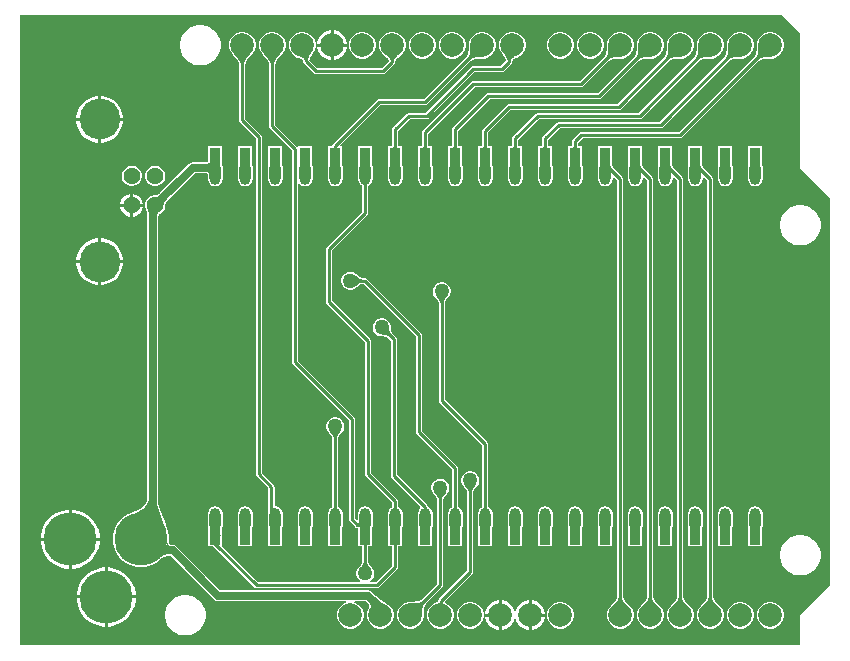
<source format=gtl>
%FSLAX66Y66*%
%MOIN*%
%SFA1B1*%

%IPPOS*%
%ADD12C,0.010000*%
%ADD20C,0.025000*%
%ADD21C,0.078740*%
%ADD22O,0.037400X0.078740*%
%ADD23R,0.035430X0.059060*%
%ADD24C,0.056340*%
%ADD25C,0.135830*%
%ADD26C,0.177170*%
%ADD27C,0.050000*%
%LNesp32-hwe-uno-1*%
%LPD*%
G36*
X2600000Y2040000D02*
Y1590000D01*
X2700000Y1490000*
Y200000*
X2600000Y100000*
Y0*
X0*
Y2100000*
X2540000*
X2600000Y2040000*
G37*
%LNesp32-hwe-uno-2*%
%LPC*%
G36*
X1046500Y2049370D02*
X1045000D01*
Y2005000*
X1089370*
Y2006500*
X1086010Y2019060*
X1079510Y2030310*
X1070310Y2039510*
X1059060Y2046010*
X1046500Y2049370*
G37*
G36*
X1035000D02*
X1033500D01*
X1020940Y2046010*
X1009690Y2039510*
X1000490Y2030310*
X993990Y2019060*
X990630Y2006500*
Y2005000*
X1035000*
Y2049370*
G37*
G36*
X1905840Y2044370D02*
X1894160D01*
X1882870Y2041350*
X1872760Y2035510*
X1864500Y2027240*
X1858650Y2017130*
X1855630Y2005840*
Y1994160*
X1858650Y1982870*
X1864500Y1972760*
X1872760Y1964490*
X1882870Y1958650*
X1894160Y1955630*
X1905840*
X1917130Y1958650*
X1927240Y1964490*
X1935510Y1972760*
X1941350Y1982870*
X1944370Y1994160*
Y2005840*
X1941350Y2017130*
X1935510Y2027240*
X1927240Y2035510*
X1917130Y2041350*
X1905840Y2044370*
G37*
G36*
X1805840D02*
X1794160D01*
X1782870Y2041350*
X1772760Y2035510*
X1764500Y2027240*
X1758650Y2017130*
X1755630Y2005840*
Y1994160*
X1758650Y1982870*
X1764500Y1972760*
X1772760Y1964490*
X1782870Y1958650*
X1794160Y1955630*
X1805840*
X1817130Y1958650*
X1827240Y1964490*
X1835510Y1972760*
X1841350Y1982870*
X1844370Y1994160*
Y2005840*
X1841350Y2017130*
X1835510Y2027240*
X1827240Y2035510*
X1817130Y2041350*
X1805840Y2044370*
G37*
G36*
X1445840D02*
X1434160D01*
X1422870Y2041350*
X1412760Y2035510*
X1404500Y2027240*
X1398650Y2017130*
X1395630Y2005840*
Y1994160*
X1398650Y1982870*
X1404500Y1972760*
X1412760Y1964490*
X1422870Y1958650*
X1434160Y1955630*
X1445840*
X1457130Y1958650*
X1467240Y1964490*
X1475500Y1972760*
X1481350Y1982870*
X1484370Y1994160*
Y2005840*
X1481350Y2017130*
X1475500Y2027240*
X1467240Y2035510*
X1457130Y2041350*
X1445840Y2044370*
G37*
G36*
X1345840D02*
X1334160D01*
X1322870Y2041350*
X1312760Y2035510*
X1304490Y2027240*
X1298650Y2017130*
X1295630Y2005840*
Y1994160*
X1298650Y1982870*
X1304490Y1972760*
X1312760Y1964490*
X1322870Y1958650*
X1334160Y1955630*
X1345840*
X1357130Y1958650*
X1367240Y1964490*
X1375500Y1972760*
X1381350Y1982870*
X1384370Y1994160*
Y2005840*
X1381350Y2017130*
X1375500Y2027240*
X1367240Y2035510*
X1357130Y2041350*
X1345840Y2044370*
G37*
G36*
X1145840D02*
X1134160D01*
X1122870Y2041350*
X1112760Y2035510*
X1104500Y2027240*
X1098650Y2017130*
X1095630Y2005840*
Y1994160*
X1098650Y1982870*
X1104500Y1972760*
X1112760Y1964490*
X1122870Y1958650*
X1134160Y1955630*
X1145840*
X1157130Y1958650*
X1167240Y1964490*
X1175510Y1972760*
X1181350Y1982870*
X1184370Y1994160*
Y2005840*
X1181350Y2017130*
X1175510Y2027240*
X1167240Y2035510*
X1157130Y2041350*
X1145840Y2044370*
G37*
G36*
X1089370Y1995000D02*
X1045000D01*
Y1950630*
X1046500*
X1059060Y1953990*
X1070310Y1960490*
X1079510Y1969690*
X1086010Y1980940*
X1089370Y1993500*
Y1995000*
G37*
G36*
X1035000D02*
X990630D01*
Y1993500*
X993990Y1980940*
X1000490Y1969690*
X1009690Y1960490*
X1020940Y1953990*
X1033500Y1950630*
X1035000*
Y1995000*
G37*
G36*
X606650Y2067500D02*
X593350D01*
X580310Y2064910*
X568030Y2059820*
X556970Y2052430*
X547570Y2043030*
X540180Y2031970*
X535090Y2019690*
X532500Y2006650*
Y1993350*
X535090Y1980310*
X540180Y1968030*
X547570Y1956970*
X556970Y1947570*
X568030Y1940180*
X580310Y1935090*
X593350Y1932500*
X606650*
X619690Y1935090*
X631970Y1940180*
X643030Y1947570*
X652430Y1956970*
X659820Y1968030*
X664910Y1980310*
X667500Y1993350*
Y2006650*
X664910Y2019690*
X659820Y2031970*
X652430Y2043030*
X643030Y2052430*
X631970Y2059820*
X619690Y2064910*
X606650Y2067500*
G37*
G36*
X1245840Y2044370D02*
X1234160D01*
X1222870Y2041350*
X1212760Y2035510*
X1204490Y2027240*
X1198650Y2017130*
X1195630Y2005840*
Y1994160*
X1198650Y1982870*
X1204490Y1972760*
X1212760Y1964490*
X1217820Y1961570*
X1217940Y1961280*
X1218620Y1961000*
X1219070Y1960420*
X1221370Y1959090*
X1223210Y1957800*
X1224780Y1956470*
X1226090Y1955080*
X1227160Y1953640*
X1228020Y1952140*
X1228690Y1950550*
X1229180Y1948850*
X1229210Y1948630*
X1205780Y1925200*
X989220*
X963810Y1950600*
X963950Y1951720*
X964420Y1954090*
X965070Y1956420*
X965920Y1958730*
X966970Y1961010*
X968220Y1963280*
X969680Y1965530*
X971350Y1967760*
X973340Y1970100*
X973560Y1970790*
X974100Y1971280*
Y1971350*
X975500Y1972760*
X981350Y1982870*
X984370Y1994160*
Y2005840*
X981350Y2017130*
X975500Y2027240*
X967240Y2035510*
X957130Y2041350*
X945840Y2044370*
X934160*
X922870Y2041350*
X912760Y2035510*
X904500Y2027240*
X898650Y2017130*
X895630Y2005840*
Y1994160*
X898650Y1982870*
X904500Y1972760*
X912760Y1964490*
X922870Y1958650*
X931480Y1956350*
X931600Y1956220*
X932060Y1956190*
X932410Y1956100*
X932860Y1955800*
X935300Y1955300*
X937170Y1954740*
X938670Y1954080*
X939850Y1953360*
X940750Y1952600*
X941430Y1951780*
X941960Y1950870*
X942360Y1949780*
X942630Y1948450*
X942750Y1946510*
X943210Y1945570*
X943730Y1942950*
X945940Y1939640*
X977790Y1907790*
X981100Y1905580*
X985000Y1904800*
X1210000*
X1213900Y1905580*
X1217210Y1907790*
X1247210Y1937790*
X1249420Y1941100*
X1249950Y1943770*
X1250400Y1944720*
X1250520Y1947000*
X1250820Y1948850*
X1251310Y1950550*
X1251980Y1952140*
X1252840Y1953640*
X1253910Y1955080*
X1255220Y1956470*
X1256790Y1957810*
X1258620Y1959090*
X1260930Y1960420*
X1261380Y1961000*
X1262060Y1961280*
X1262180Y1961570*
X1267240Y1964490*
X1275500Y1972760*
X1281350Y1982870*
X1284370Y1994160*
Y2005840*
X1281350Y2017130*
X1275500Y2027240*
X1267240Y2035510*
X1257130Y2041350*
X1245840Y2044370*
G37*
G36*
X272240Y1830710D02*
X269570D01*
Y1757790*
X342480*
Y1760470*
X339490Y1775520*
X333610Y1789700*
X325090Y1802460*
X314230Y1813320*
X301470Y1821840*
X287290Y1827720*
X272240Y1830710*
G37*
G36*
X259570D02*
X256890D01*
X241840Y1827720*
X227660Y1821840*
X214900Y1813320*
X204050Y1802460*
X195520Y1789700*
X189650Y1775520*
X186650Y1760470*
Y1757790*
X259570*
Y1830710*
G37*
G36*
X342480Y1747790D02*
X269570D01*
Y1674880*
X272240*
X287290Y1677880*
X301470Y1683750*
X314230Y1692280*
X325090Y1703130*
X333610Y1715890*
X339490Y1730070*
X342480Y1745120*
Y1747790*
G37*
G36*
X259570D02*
X186650D01*
Y1745120*
X189650Y1730070*
X195520Y1715890*
X204050Y1703130*
X214900Y1692280*
X227660Y1683750*
X241840Y1677880*
X256890Y1674880*
X259570*
Y1747790*
G37*
G36*
X672720Y1662480D02*
X627280D01*
Y1611940*
X623850Y1611190*
X620640Y1610760*
X612930Y1610220*
X608640Y1610150*
X608480Y1610090*
X575670*
X568840Y1608730*
X563050Y1604860*
X467390Y1509200*
X467230Y1509140*
X465230Y1507230*
X463360Y1505630*
X461540Y1504260*
X459770Y1503100*
X458060Y1502150*
X456410Y1501390*
X454820Y1500830*
X453290Y1500440*
X451800Y1500220*
X450050Y1500150*
X449180Y1499740*
X445630*
X437200Y1497480*
X429630Y1493120*
X423460Y1486940*
X419090Y1479380*
X416830Y1470940*
Y1462210*
X419090Y1453770*
X420010Y1452180*
X420040Y1451410*
X420650Y1450090*
X421150Y1448770*
X421580Y1447320*
X422380Y1443570*
X422660Y1441630*
X423190Y1434060*
X423220Y1431250*
X423290Y1431090*
Y492130*
X423240Y492030*
X422730Y485540*
X421320Y479820*
X418950Y474390*
X415600Y469180*
X411210Y464180*
X405730Y459390*
X399130Y454830*
X391400Y450520*
X382530Y446490*
X372380Y442690*
X371920Y442260*
X358430Y436670*
X343100Y426430*
X330070Y413400*
X319820Y398070*
X312770Y381040*
X309170Y362960*
Y344520*
X312770Y326440*
X319820Y309410*
X330070Y294080*
X343100Y281050*
X358430Y270810*
X375460Y263750*
X393540Y260160*
X411970*
X430050Y263750*
X447080Y270810*
X462410Y281050*
X470790Y289430*
X471560Y289720*
X473570Y291610*
X475670Y293130*
X478170Y294520*
X481100Y295780*
X484450Y296880*
X488240Y297790*
X492380Y298510*
X500540Y299230*
X647380Y152380*
X653170Y148520*
X660000Y147160*
X1085240*
X1085900Y142160*
X1082870Y141350*
X1072760Y135510*
X1064490Y127240*
X1058650Y117130*
X1055630Y105840*
Y94160*
X1058650Y82870*
X1064490Y72760*
X1072760Y64490*
X1082870Y58650*
X1094160Y55630*
X1105840*
X1117130Y58650*
X1127240Y64490*
X1135500Y72760*
X1141350Y82870*
X1144370Y94160*
Y105840*
X1141350Y117130*
X1135500Y127240*
X1127240Y135510*
X1117130Y141350*
X1114100Y142160*
X1114760Y147160*
X1152610*
X1154990Y144770*
X1155000Y144760*
X1155020Y144750*
X1155310Y144450*
X1155360Y144310*
X1157740Y141710*
X1159510Y139340*
X1160850Y137020*
X1161800Y134750*
X1162390Y132530*
X1162640Y130300*
X1162560Y128020*
X1162150Y125640*
X1161360Y123140*
X1160060Y120250*
X1160040Y119530*
X1158650Y117130*
X1155630Y105840*
Y94160*
X1158650Y82870*
X1164490Y72760*
X1172760Y64490*
X1182870Y58650*
X1194160Y55630*
X1205840*
X1217130Y58650*
X1227240Y64490*
X1235500Y72760*
X1241350Y82870*
X1244370Y94160*
Y105840*
X1241350Y117130*
X1235500Y127240*
X1227240Y135510*
X1219440Y140010*
X1218980Y140550*
X1211990Y144180*
X1208660Y146190*
X1201610Y151020*
X1198170Y153650*
X1187210Y163210*
X1183540Y166790*
X1183380Y166860*
X1172620Y177620*
X1166830Y181480*
X1160000Y182840*
X667390*
X520220Y330010*
X514430Y333880*
X508260Y335110*
X507840Y335300*
X504670Y335440*
X502240Y335800*
X500330Y336330*
X498930Y336980*
X497960Y337680*
X497280Y338440*
X496780Y339360*
X496400Y340590*
X496210Y342240*
X496290Y344270*
X496340Y344520*
Y362960*
X492740Y381040*
X490580Y386250*
X490620Y387120*
X490590Y387150*
Y387200*
X484550Y403160*
X463890Y461020*
X460150Y473660*
X459300Y477490*
X459010Y480010*
X458980Y480080*
Y1421430*
X459040Y1421580*
X459130Y1424340*
X459350Y1426670*
X459710Y1428730*
X460190Y1430520*
X460770Y1432020*
X461420Y1433280*
X462140Y1434300*
X462920Y1435140*
X463780Y1435830*
X465100Y1436590*
X465650Y1437310*
X470370Y1440030*
X476540Y1446210*
X480910Y1453770*
X483170Y1462210*
Y1465750*
X483570Y1466630*
X483650Y1468370*
X483870Y1469860*
X484250Y1471400*
X484820Y1472990*
X485570Y1474640*
X486520Y1476350*
X487680Y1478110*
X489060Y1479930*
X490650Y1481800*
X492560Y1483810*
X492620Y1483960*
X583060Y1574400*
X605650*
X605730Y1574360*
X605870Y1574400*
X605980*
X606130Y1574330*
X611220Y1574210*
X615500Y1573870*
X619070Y1573310*
X621900Y1572590*
X623950Y1571770*
X625200Y1570990*
X625800Y1570380*
X625840Y1570320*
Y1554130*
X627670Y1544890*
X632910Y1537050*
X640750Y1531810*
X650000Y1529970*
X659250Y1531810*
X667090Y1537050*
X672330Y1544890*
X674170Y1554130*
Y1595470*
X672720Y1602750*
Y1662480*
G37*
G36*
X454370Y1598170D02*
X445630D01*
X437200Y1595910*
X429630Y1591540*
X423460Y1585370*
X419090Y1577800*
X416830Y1569370*
Y1560630*
X419090Y1552200*
X423460Y1544630*
X429630Y1538460*
X437200Y1534090*
X445630Y1531830*
X454370*
X462800Y1534090*
X470370Y1538460*
X476540Y1544630*
X480910Y1552200*
X483170Y1560630*
Y1569370*
X480910Y1577800*
X476540Y1585370*
X470370Y1591540*
X462800Y1595910*
X454370Y1598170*
G37*
G36*
X375630D02*
X366890D01*
X358460Y1595910*
X350890Y1591540*
X344720Y1585370*
X340350Y1577800*
X338090Y1569370*
Y1560630*
X340350Y1552200*
X344720Y1544630*
X350890Y1538460*
X358460Y1534090*
X366890Y1531830*
X375630*
X384060Y1534090*
X391630Y1538460*
X397800Y1544630*
X402170Y1552200*
X404430Y1560630*
Y1569370*
X402170Y1577800*
X397800Y1585370*
X391630Y1591540*
X384060Y1595910*
X375630Y1598170*
G37*
G36*
X2472720Y1662480D02*
X2427280D01*
Y1602750*
X2425830Y1595470*
Y1554130*
X2427670Y1544890*
X2432910Y1537050*
X2440750Y1531810*
X2450000Y1529970*
X2459250Y1531810*
X2467090Y1537050*
X2472330Y1544890*
X2474160Y1554130*
Y1595470*
X2472720Y1602750*
Y1662480*
G37*
G36*
X2372720D02*
X2327280D01*
Y1602750*
X2325830Y1595470*
Y1554130*
X2327670Y1544890*
X2332910Y1537050*
X2340750Y1531810*
X2350000Y1529970*
X2359250Y1531810*
X2367090Y1537050*
X2372330Y1544890*
X2374170Y1554130*
Y1595470*
X2372720Y1602750*
Y1662480*
G37*
G36*
X2505840Y2044370D02*
X2494160D01*
X2482870Y2041350*
X2472760Y2035510*
X2464490Y2027240*
X2458650Y2017130*
X2455630Y2005840*
Y2000610*
X2455220Y1999630*
Y1999610*
X2455190Y1993680*
X2454610Y1983180*
X2454070Y1978780*
X2453370Y1974840*
X2452530Y1971410*
X2451560Y1968520*
X2450510Y1966180*
X2449410Y1964370*
X2448000Y1962700*
X2447880Y1962290*
X2195780Y1710200*
X1870000*
X1866100Y1709420*
X1862790Y1707210*
X1842790Y1687210*
X1840580Y1683900*
X1839800Y1680000*
Y1667980*
X1839590Y1667500*
X1839540Y1665740*
X1839430Y1664390*
X1839250Y1663340*
X1839060Y1662600*
X1839010Y1662480*
X1827280*
Y1602750*
X1825830Y1595470*
Y1554130*
X1827670Y1544890*
X1832910Y1537050*
X1840750Y1531810*
X1850000Y1529970*
X1859250Y1531810*
X1867090Y1537050*
X1872330Y1544890*
X1874170Y1554130*
Y1595470*
X1872720Y1602750*
Y1662480*
X1860990*
X1860940Y1662600*
X1860750Y1663340*
X1860570Y1664390*
X1860460Y1665740*
X1860410Y1667500*
X1860200Y1667980*
Y1675780*
X1874220Y1689800*
X2200000*
X2203900Y1690580*
X2207210Y1692790*
X2462290Y1947880*
X2462700Y1948000*
X2464370Y1949410*
X2466180Y1950510*
X2468520Y1951560*
X2471410Y1952530*
X2474840Y1953370*
X2478660Y1954050*
X2493740Y1955190*
X2499630Y1955220*
X2500610Y1955630*
X2505840*
X2517130Y1958650*
X2527240Y1964490*
X2535510Y1972760*
X2541350Y1982870*
X2544370Y1994160*
Y2005840*
X2541350Y2017130*
X2535510Y2027240*
X2527240Y2035510*
X2517130Y2041350*
X2505840Y2044370*
G37*
G36*
X2405840D02*
X2394160D01*
X2382870Y2041350*
X2372760Y2035510*
X2364500Y2027240*
X2358650Y2017130*
X2355630Y2005840*
Y2000610*
X2355220Y1999630*
Y1999610*
X2355190Y1993680*
X2354610Y1983180*
X2354070Y1978780*
X2353370Y1974840*
X2352530Y1971410*
X2351560Y1968520*
X2350510Y1966180*
X2349410Y1964370*
X2348000Y1962700*
X2347880Y1962290*
X2130780Y1745200*
X1795000*
X1791100Y1744420*
X1787790Y1742210*
X1742790Y1697210*
X1740580Y1693900*
X1739800Y1690000*
Y1667980*
X1739590Y1667500*
X1739540Y1665740*
X1739430Y1664390*
X1739250Y1663340*
X1739060Y1662600*
X1739010Y1662480*
X1727280*
Y1602750*
X1725830Y1595470*
Y1554130*
X1727670Y1544890*
X1732910Y1537050*
X1740750Y1531810*
X1750000Y1529970*
X1759250Y1531810*
X1767090Y1537050*
X1772330Y1544890*
X1774170Y1554130*
Y1595470*
X1772720Y1602750*
Y1662480*
X1760990*
X1760940Y1662600*
X1760750Y1663340*
X1760570Y1664390*
X1760460Y1665740*
X1760410Y1667500*
X1760200Y1667980*
Y1685780*
X1799220Y1724800*
X2135000*
X2138900Y1725580*
X2142210Y1727790*
X2362290Y1947880*
X2362700Y1948000*
X2364370Y1949410*
X2366180Y1950510*
X2368520Y1951560*
X2371410Y1952530*
X2374840Y1953370*
X2378660Y1954050*
X2393730Y1955190*
X2399630Y1955220*
X2400610Y1955630*
X2405840*
X2417130Y1958650*
X2427240Y1964490*
X2435500Y1972760*
X2441350Y1982870*
X2444370Y1994160*
Y2005840*
X2441350Y2017130*
X2435500Y2027240*
X2427240Y2035510*
X2417130Y2041350*
X2405840Y2044370*
G37*
G36*
X2305840D02*
X2294160D01*
X2282870Y2041350*
X2272760Y2035510*
X2264490Y2027240*
X2258650Y2017130*
X2255630Y2005840*
Y2000610*
X2255220Y1999630*
Y1999610*
X2255190Y1993680*
X2254610Y1983180*
X2254070Y1978780*
X2253370Y1974840*
X2252530Y1971410*
X2251560Y1968520*
X2250500Y1966180*
X2249410Y1964370*
X2248000Y1962700*
X2247870Y1962290*
X2060780Y1775200*
X1725000*
X1721100Y1774420*
X1717790Y1772210*
X1642790Y1697210*
X1640580Y1693900*
X1639800Y1690000*
Y1667980*
X1639590Y1667500*
X1639540Y1665740*
X1639430Y1664390*
X1639250Y1663340*
X1639060Y1662600*
X1639010Y1662480*
X1627280*
Y1602750*
X1625830Y1595470*
Y1554130*
X1627670Y1544890*
X1632910Y1537050*
X1640750Y1531810*
X1650000Y1529970*
X1659250Y1531810*
X1667090Y1537050*
X1672330Y1544890*
X1674170Y1554130*
Y1595470*
X1672720Y1602750*
Y1662480*
X1660990*
X1660940Y1662600*
X1660750Y1663340*
X1660570Y1664390*
X1660460Y1665740*
X1660410Y1667500*
X1660200Y1667980*
Y1685780*
X1729220Y1754800*
X2065000*
X2068900Y1755580*
X2072210Y1757790*
X2262290Y1947880*
X2262700Y1948000*
X2264370Y1949410*
X2266180Y1950510*
X2268520Y1951560*
X2271410Y1952530*
X2274840Y1953370*
X2278660Y1954050*
X2293740Y1955190*
X2299630Y1955220*
X2300610Y1955630*
X2305840*
X2317130Y1958650*
X2327240Y1964490*
X2335510Y1972760*
X2341350Y1982870*
X2344370Y1994160*
Y2005840*
X2341350Y2017130*
X2335510Y2027240*
X2327240Y2035510*
X2317130Y2041350*
X2305840Y2044370*
G37*
G36*
X2205840D02*
X2194160D01*
X2182870Y2041350*
X2172760Y2035510*
X2164490Y2027240*
X2158650Y2017130*
X2155630Y2005840*
Y2000610*
X2155220Y1999630*
Y1999610*
X2155190Y1993680*
X2154610Y1983180*
X2154070Y1978780*
X2153370Y1974840*
X2152530Y1971410*
X2151560Y1968520*
X2150510Y1966180*
X2149410Y1964370*
X2148000Y1962700*
X2147880Y1962290*
X1990780Y1805200*
X1630000*
X1626100Y1804420*
X1622790Y1802210*
X1542790Y1722210*
X1540580Y1718900*
X1539800Y1715000*
Y1667980*
X1539590Y1667500*
X1539540Y1665740*
X1539430Y1664390*
X1539250Y1663340*
X1539060Y1662600*
X1539010Y1662480*
X1527280*
Y1602750*
X1525840Y1595470*
Y1554130*
X1527670Y1544890*
X1532910Y1537050*
X1540750Y1531810*
X1550000Y1529970*
X1559250Y1531810*
X1567090Y1537050*
X1572330Y1544890*
X1574160Y1554130*
Y1595470*
X1572720Y1602750*
Y1662480*
X1560990*
X1560940Y1662600*
X1560750Y1663340*
X1560570Y1664390*
X1560460Y1665740*
X1560410Y1667500*
X1560200Y1667980*
Y1710780*
X1634220Y1784800*
X1995000*
X1998900Y1785580*
X2002210Y1787790*
X2162290Y1947880*
X2162700Y1948000*
X2164370Y1949410*
X2166180Y1950510*
X2168520Y1951560*
X2171410Y1952530*
X2174840Y1953370*
X2178660Y1954050*
X2193730Y1955190*
X2199630Y1955220*
X2200610Y1955630*
X2205840*
X2217130Y1958650*
X2227240Y1964490*
X2235510Y1972760*
X2241350Y1982870*
X2244370Y1994160*
Y2005840*
X2241350Y2017130*
X2235510Y2027240*
X2227240Y2035510*
X2217130Y2041350*
X2205840Y2044370*
G37*
G36*
X2105840D02*
X2094160D01*
X2082870Y2041350*
X2072760Y2035510*
X2064500Y2027240*
X2058650Y2017130*
X2055630Y2005840*
Y2000610*
X2055220Y1999630*
Y1999610*
X2055190Y1993680*
X2054610Y1983180*
X2054070Y1978780*
X2053370Y1974840*
X2052530Y1971410*
X2051560Y1968520*
X2050500Y1966180*
X2049410Y1964370*
X2048000Y1962700*
X2047870Y1962290*
X1925780Y1840200*
X1560000*
X1556100Y1839420*
X1552790Y1837210*
X1442790Y1727210*
X1440580Y1723900*
X1439800Y1720000*
Y1667980*
X1439590Y1667500*
X1439540Y1665740*
X1439430Y1664390*
X1439250Y1663340*
X1439060Y1662600*
X1439010Y1662480*
X1427280*
Y1602750*
X1425840Y1595470*
Y1554130*
X1427670Y1544890*
X1432910Y1537050*
X1440750Y1531810*
X1450000Y1529970*
X1459250Y1531810*
X1467090Y1537050*
X1472330Y1544890*
X1474160Y1554130*
Y1595470*
X1472720Y1602750*
Y1662480*
X1460990*
X1460940Y1662600*
X1460750Y1663340*
X1460570Y1664390*
X1460460Y1665740*
X1460410Y1667500*
X1460200Y1667980*
Y1715780*
X1564220Y1819800*
X1930000*
X1933900Y1820580*
X1937210Y1822790*
X2062290Y1947880*
X2062700Y1948000*
X2064370Y1949410*
X2066180Y1950510*
X2068520Y1951560*
X2071410Y1952530*
X2074840Y1953370*
X2078660Y1954050*
X2093730Y1955190*
X2099630Y1955220*
X2100610Y1955630*
X2105840*
X2117130Y1958650*
X2127240Y1964490*
X2135500Y1972760*
X2141350Y1982870*
X2144370Y1994160*
Y2005840*
X2141350Y2017130*
X2135500Y2027240*
X2127240Y2035510*
X2117130Y2041350*
X2105840Y2044370*
G37*
G36*
X2005840D02*
X1994160D01*
X1982870Y2041350*
X1972760Y2035510*
X1964490Y2027240*
X1958650Y2017130*
X1955630Y2005840*
Y2000610*
X1955220Y1999630*
Y1999610*
X1955190Y1993680*
X1954610Y1983180*
X1954070Y1978780*
X1953370Y1974840*
X1952530Y1971410*
X1951560Y1968520*
X1950510Y1966180*
X1949410Y1964370*
X1948000Y1962700*
X1947880Y1962290*
X1865780Y1880200*
X1510000*
X1506100Y1879420*
X1502790Y1877210*
X1342790Y1717210*
X1340580Y1713900*
X1339800Y1710000*
Y1667980*
X1339590Y1667500*
X1339540Y1665740*
X1339430Y1664390*
X1339250Y1663340*
X1339060Y1662600*
X1339010Y1662480*
X1327280*
Y1602750*
X1325830Y1595470*
Y1554130*
X1327670Y1544890*
X1332910Y1537050*
X1340750Y1531810*
X1350000Y1529970*
X1359250Y1531810*
X1367090Y1537050*
X1372330Y1544890*
X1374170Y1554130*
Y1595470*
X1372720Y1602750*
Y1662480*
X1360990*
X1360940Y1662600*
X1360750Y1663340*
X1360570Y1664390*
X1360460Y1665740*
X1360410Y1667500*
X1360200Y1667980*
Y1705780*
X1514220Y1859800*
X1870000*
X1873900Y1860580*
X1877210Y1862790*
X1962290Y1947880*
X1962700Y1948000*
X1964370Y1949410*
X1966180Y1950510*
X1968520Y1951560*
X1971410Y1952530*
X1974840Y1953370*
X1978660Y1954050*
X1993730Y1955190*
X1999630Y1955220*
X2000610Y1955630*
X2005840*
X2017130Y1958650*
X2027240Y1964490*
X2035510Y1972760*
X2041350Y1982870*
X2044370Y1994160*
Y2005840*
X2041350Y2017130*
X2035510Y2027240*
X2027240Y2035510*
X2017130Y2041350*
X2005840Y2044370*
G37*
G36*
X1645840D02*
X1634160D01*
X1622870Y2041350*
X1612760Y2035510*
X1604500Y2027240*
X1598650Y2017130*
X1595630Y2005840*
Y1994160*
X1598650Y1982870*
X1604500Y1972760*
X1607530Y1969720*
X1607580Y1969340*
X1608100Y1968950*
X1608330Y1968340*
X1610640Y1965910*
X1612580Y1963600*
X1614270Y1961280*
X1615710Y1958970*
X1616910Y1956670*
X1617880Y1954360*
X1618630Y1952050*
X1619160Y1949730*
X1619300Y1948710*
X1600600Y1930020*
X1509830*
X1505920Y1929250*
X1502620Y1927040*
X1350780Y1775200*
X1295000*
X1291100Y1774420*
X1287790Y1772210*
X1242790Y1727210*
X1240580Y1723900*
X1239800Y1720000*
Y1667980*
X1239590Y1667500*
X1239540Y1665740*
X1239430Y1664390*
X1239250Y1663340*
X1239060Y1662600*
X1239010Y1662480*
X1227280*
Y1602750*
X1225830Y1595470*
Y1554130*
X1227670Y1544890*
X1232910Y1537050*
X1240750Y1531810*
X1250000Y1529970*
X1259250Y1531810*
X1267090Y1537050*
X1272330Y1544890*
X1274170Y1554130*
Y1595470*
X1272720Y1602750*
Y1662480*
X1260990*
X1260940Y1662600*
X1260750Y1663340*
X1260570Y1664390*
X1260460Y1665740*
X1260410Y1667500*
X1260200Y1667980*
Y1715780*
X1299220Y1754800*
X1355000*
X1358900Y1755580*
X1362210Y1757790*
X1514050Y1909630*
X1604830*
X1608730Y1910410*
X1612040Y1912620*
X1637210Y1937790*
X1639420Y1941100*
X1639940Y1943720*
X1640400Y1944660*
X1640530Y1946770*
X1640840Y1948310*
X1641330Y1949660*
X1642000Y1950880*
X1642890Y1952020*
X1644020Y1953100*
X1645470Y1954140*
X1647250Y1955120*
X1649380Y1956020*
X1652080Y1956880*
X1652560Y1957280*
X1653170Y1957370*
X1653390Y1957650*
X1657130Y1958650*
X1667240Y1964490*
X1675510Y1972760*
X1681350Y1982870*
X1684370Y1994160*
Y2005840*
X1681350Y2017130*
X1675510Y2027240*
X1667240Y2035510*
X1657130Y2041350*
X1645840Y2044370*
G37*
G36*
X1545840D02*
X1534160D01*
X1522870Y2041350*
X1512760Y2035510*
X1504500Y2027240*
X1498650Y2017130*
X1495630Y2005840*
Y2000610*
X1495220Y1999630*
Y1999610*
X1495190Y1993680*
X1494610Y1983180*
X1494070Y1978780*
X1493370Y1974840*
X1492530Y1971410*
X1491560Y1968520*
X1490500Y1966180*
X1489410Y1964370*
X1488000Y1962700*
X1487870Y1962290*
X1345780Y1820200*
X1195000*
X1191100Y1819420*
X1187790Y1817210*
X1042790Y1672210*
X1040580Y1668900*
X1040020Y1666090*
X1039590Y1665100*
X1039560Y1663740*
X1039500Y1662670*
X1039480Y1662480*
X1027280*
Y1602750*
X1025840Y1595470*
Y1554130*
X1027670Y1544890*
X1032910Y1537050*
X1040750Y1531810*
X1050000Y1529970*
X1059250Y1531810*
X1067090Y1537050*
X1072330Y1544890*
X1074160Y1554130*
Y1595470*
X1072720Y1602750*
Y1662480*
X1068430*
X1066520Y1667100*
X1199220Y1799800*
X1350000*
X1353900Y1800580*
X1357210Y1802790*
X1502290Y1947880*
X1502700Y1948000*
X1504370Y1949410*
X1506180Y1950510*
X1508520Y1951560*
X1511410Y1952530*
X1514840Y1953370*
X1518660Y1954050*
X1533740Y1955190*
X1539630Y1955220*
X1540610Y1955630*
X1545840*
X1557130Y1958650*
X1567240Y1964490*
X1575510Y1972760*
X1581350Y1982870*
X1584370Y1994160*
Y2005840*
X1581350Y2017130*
X1575510Y2027240*
X1567240Y2035510*
X1557130Y2041350*
X1545840Y2044370*
G37*
G36*
X872720Y1662480D02*
X827280D01*
Y1602750*
X825830Y1595470*
Y1554130*
X827670Y1544890*
X832910Y1537050*
X840750Y1531810*
X850000Y1529970*
X859250Y1531810*
X867090Y1537050*
X872330Y1544890*
X874160Y1554130*
Y1595470*
X872720Y1602750*
Y1662480*
G37*
G36*
X772720D02*
X727280D01*
Y1602750*
X725840Y1595470*
Y1554130*
X727670Y1544890*
X732910Y1537050*
X740750Y1531810*
X750000Y1529970*
X759250Y1531810*
X767090Y1537050*
X772330Y1544890*
X774160Y1554130*
Y1595470*
X772720Y1602750*
Y1662480*
G37*
G36*
X376280Y1504740D02*
X376260D01*
Y1471580*
X409430*
Y1471600*
X406830Y1481310*
X401800Y1490010*
X394700Y1497120*
X385990Y1502140*
X376280Y1504740*
G37*
G36*
X366260D02*
X366230D01*
X356530Y1502140*
X347820Y1497120*
X340720Y1490010*
X335690Y1481310*
X333090Y1471600*
Y1471580*
X366260*
Y1504740*
G37*
G36*
X409430Y1461580D02*
X376260D01*
Y1428410*
X376280*
X385990Y1431010*
X394700Y1436030*
X401800Y1443140*
X406830Y1451840*
X409430Y1461550*
Y1461580*
G37*
G36*
X366260D02*
X333090D01*
Y1461550*
X335690Y1451840*
X340720Y1443140*
X347820Y1436030*
X356530Y1431010*
X366230Y1428410*
X366260*
Y1461580*
G37*
G36*
X2606650Y1467500D02*
X2593350D01*
X2580310Y1464910*
X2568030Y1459820*
X2556970Y1452430*
X2547570Y1443030*
X2540180Y1431970*
X2535090Y1419690*
X2532500Y1406650*
Y1393350*
X2535090Y1380310*
X2540180Y1368030*
X2547570Y1356970*
X2556970Y1347570*
X2568030Y1340180*
X2580310Y1335090*
X2593350Y1332500*
X2606650*
X2619690Y1335090*
X2631970Y1340180*
X2643030Y1347570*
X2652430Y1356970*
X2659820Y1368030*
X2664910Y1380310*
X2667500Y1393350*
Y1406650*
X2664910Y1419690*
X2659820Y1431970*
X2652430Y1443030*
X2643030Y1452430*
X2631970Y1459820*
X2619690Y1464910*
X2606650Y1467500*
G37*
G36*
X272240Y1356690D02*
X269570D01*
Y1283780*
X342480*
Y1286450*
X339490Y1301510*
X333610Y1315690*
X325090Y1328450*
X314230Y1339300*
X301470Y1347830*
X287290Y1353700*
X272240Y1356690*
G37*
G36*
X259570D02*
X256890D01*
X241840Y1353700*
X227660Y1347830*
X214900Y1339300*
X204050Y1328450*
X195520Y1315690*
X189650Y1301510*
X186650Y1286450*
Y1283780*
X259570*
Y1356690*
G37*
G36*
X342480Y1273780D02*
X269570D01*
Y1200870*
X272240*
X287290Y1203860*
X301470Y1209730*
X314230Y1218260*
X325090Y1229110*
X333610Y1241870*
X339490Y1256050*
X342480Y1271110*
Y1273780*
G37*
G36*
X259570D02*
X186650D01*
Y1271110*
X189650Y1256050*
X195520Y1241870*
X204050Y1229110*
X214900Y1218260*
X227660Y1209730*
X241840Y1203860*
X256890Y1200870*
X259570*
Y1273780*
G37*
G36*
X176250Y452320D02*
X171540D01*
Y358740*
X265120*
Y363450*
X261330Y382500*
X253900Y400440*
X243110Y416580*
X229380Y430310*
X213230Y441100*
X195290Y448530*
X176250Y452320*
G37*
G36*
X161530D02*
X156830D01*
X137780Y448530*
X119840Y441100*
X103690Y430310*
X89960Y416580*
X79170Y400440*
X71740Y382500*
X67950Y363450*
Y358740*
X161530*
Y452320*
G37*
G36*
X2450000Y463500D02*
X2440750Y461660D01*
X2432910Y456420*
X2427670Y448580*
X2425830Y439330*
Y397990*
X2427280Y390710*
Y330980*
X2472720*
Y390710*
X2474160Y397990*
Y439330*
X2472330Y448580*
X2467090Y456420*
X2459250Y461660*
X2450000Y463500*
G37*
G36*
X2350000D02*
X2340750Y461660D01*
X2332910Y456420*
X2327670Y448580*
X2325830Y439330*
Y397990*
X2327280Y390710*
Y330980*
X2372720*
Y390710*
X2374170Y397990*
Y439330*
X2372330Y448580*
X2367090Y456420*
X2359250Y461660*
X2350000Y463500*
G37*
G36*
X2250000D02*
X2240750Y461660D01*
X2232910Y456420*
X2227670Y448580*
X2225840Y439330*
Y397990*
X2227280Y390710*
Y330980*
X2272720*
Y390710*
X2274160Y397990*
Y439330*
X2272330Y448580*
X2267090Y456420*
X2259250Y461660*
X2250000Y463500*
G37*
G36*
X2150000D02*
X2140750Y461660D01*
X2132910Y456420*
X2127670Y448580*
X2125830Y439330*
Y397990*
X2127280Y390710*
Y330980*
X2172720*
Y390710*
X2174170Y397990*
Y439330*
X2172330Y448580*
X2167090Y456420*
X2159250Y461660*
X2150000Y463500*
G37*
G36*
X2050000D02*
X2040750Y461660D01*
X2032910Y456420*
X2027670Y448580*
X2025840Y439330*
Y397990*
X2027280Y390710*
Y330980*
X2072720*
Y390710*
X2074170Y397990*
Y439330*
X2072330Y448580*
X2067090Y456420*
X2059250Y461660*
X2050000Y463500*
G37*
G36*
X1950000D02*
X1940750Y461660D01*
X1932910Y456420*
X1927670Y448580*
X1925840Y439330*
Y397990*
X1927280Y390710*
Y330980*
X1972720*
Y390710*
X1974160Y397990*
Y439330*
X1972330Y448580*
X1967090Y456420*
X1959250Y461660*
X1950000Y463500*
G37*
G36*
X1850000D02*
X1840750Y461660D01*
X1832910Y456420*
X1827670Y448580*
X1825830Y439330*
Y397990*
X1827280Y390710*
Y330980*
X1872720*
Y390710*
X1874170Y397990*
Y439330*
X1872330Y448580*
X1867090Y456420*
X1859250Y461660*
X1850000Y463500*
G37*
G36*
X1750000D02*
X1740750Y461660D01*
X1732910Y456420*
X1727670Y448580*
X1725830Y439330*
Y397990*
X1727280Y390710*
Y330980*
X1772720*
Y390710*
X1774170Y397990*
Y439330*
X1772330Y448580*
X1767090Y456420*
X1759250Y461660*
X1750000Y463500*
G37*
G36*
X1650000D02*
X1640750Y461660D01*
X1632910Y456420*
X1627670Y448580*
X1625830Y439330*
Y397990*
X1627280Y390710*
Y330980*
X1672720*
Y390710*
X1674170Y397990*
Y439330*
X1672330Y448580*
X1667090Y456420*
X1659250Y461660*
X1650000Y463500*
G37*
G36*
X1408950Y1210000D02*
X1401050D01*
X1393420Y1207960*
X1386580Y1204010*
X1380990Y1198420*
X1377040Y1191580*
X1375000Y1183950*
Y1176050*
X1377040Y1168420*
X1380990Y1161580*
X1383210Y1159370*
X1383560Y1158440*
X1387920Y1153800*
X1389580Y1151760*
X1391010Y1149780*
X1392180Y1147910*
X1393100Y1146160*
X1393780Y1144540*
X1394240Y1143060*
X1394500Y1141720*
X1394600Y1140150*
X1394800Y1139740*
Y815000*
X1395580Y811100*
X1397790Y807790*
X1539800Y665780*
Y467970*
X1539590Y467490*
X1539540Y465260*
X1539420Y463460*
X1539220Y461980*
X1538980Y460850*
X1538820Y460370*
X1536890Y459080*
X1536250Y458810*
X1536150Y458580*
X1532910Y456420*
X1527670Y448580*
X1525840Y439330*
Y397990*
X1527280Y390710*
Y330980*
X1572720*
Y390710*
X1574160Y397990*
Y439330*
X1572330Y448580*
X1567090Y456420*
X1563850Y458580*
X1563750Y458810*
X1563110Y459080*
X1561180Y460370*
X1561020Y460850*
X1560800Y461890*
X1560460Y465340*
X1560410Y467490*
X1560200Y467970*
Y670000*
X1559420Y673900*
X1557210Y677210*
X1415200Y819220*
Y1139740*
X1415400Y1140150*
X1415500Y1141720*
X1415760Y1143060*
X1416220Y1144540*
X1416900Y1146160*
X1417820Y1147910*
X1418990Y1149780*
X1420380Y1151700*
X1424120Y1156070*
X1426360Y1158360*
X1426760Y1159330*
X1429010Y1161580*
X1432960Y1168420*
X1435000Y1176050*
Y1183950*
X1432960Y1191580*
X1429010Y1198420*
X1423420Y1204010*
X1416580Y1207960*
X1408950Y1210000*
G37*
G36*
X1103950Y1245000D02*
X1096050D01*
X1088420Y1242960*
X1081580Y1239010*
X1075990Y1233420*
X1072040Y1226580*
X1070000Y1218950*
Y1211050*
X1072040Y1203420*
X1075990Y1196580*
X1081580Y1190990*
X1088420Y1187040*
X1096050Y1185000*
X1103950*
X1111580Y1187040*
X1118420Y1190990*
X1120630Y1193200*
X1121560Y1193560*
X1126200Y1197920*
X1128240Y1199580*
X1130220Y1201010*
X1132090Y1202180*
X1133840Y1203100*
X1135460Y1203780*
X1136940Y1204240*
X1138280Y1204500*
X1139850Y1204600*
X1140260Y1204800*
X1145780*
X1319800Y1030780*
Y710000*
X1320580Y706100*
X1322790Y702790*
X1439800Y585780*
Y467970*
X1439590Y467490*
X1439540Y465260*
X1439420Y463460*
X1439220Y461980*
X1438980Y460850*
X1438820Y460370*
X1436890Y459080*
X1436250Y458810*
X1436150Y458580*
X1432910Y456420*
X1427670Y448580*
X1425840Y439330*
Y397990*
X1427280Y390710*
Y330980*
X1472720*
Y390710*
X1474160Y397990*
Y439330*
X1472330Y448580*
X1467090Y456420*
X1463850Y458580*
X1463750Y458810*
X1463110Y459080*
X1461180Y460370*
X1461020Y460850*
X1460800Y461890*
X1460460Y465340*
X1460410Y467490*
X1460200Y467970*
Y590000*
X1459420Y593900*
X1457210Y597210*
X1340200Y714220*
Y1035000*
X1339420Y1038900*
X1337210Y1042210*
X1157210Y1222210*
X1153900Y1224420*
X1150000Y1225200*
X1140260*
X1139850Y1225400*
X1138280Y1225500*
X1136940Y1225760*
X1135460Y1226220*
X1133840Y1226900*
X1132090Y1227820*
X1130220Y1228990*
X1128300Y1230380*
X1123930Y1234120*
X1121640Y1236360*
X1120670Y1236760*
X1118420Y1239010*
X1111580Y1242960*
X1103950Y1245000*
G37*
G36*
X1208950Y1090000D02*
X1201050D01*
X1193420Y1087960*
X1186580Y1084010*
X1180990Y1078420*
X1177040Y1071580*
X1175000Y1063950*
Y1056050*
X1177040Y1048420*
X1180990Y1041580*
X1186580Y1035990*
X1193420Y1032040*
X1201050Y1030000*
X1204180*
X1205080Y1029590*
X1211450Y1029390*
X1214060Y1029130*
X1216480Y1028740*
X1218630Y1028240*
X1220520Y1027660*
X1222140Y1027000*
X1223510Y1026270*
X1224640Y1025510*
X1225820Y1024470*
X1226260Y1024320*
X1234800Y1015780*
Y565000*
X1235580Y561100*
X1237790Y557790*
X1333870Y461710*
X1333380Y456730*
X1332910Y456420*
X1327670Y448580*
X1325830Y439330*
Y397990*
X1327280Y390710*
Y330980*
X1372720*
Y390710*
X1374170Y397990*
Y439330*
X1372330Y448580*
X1367090Y456420*
X1359960Y461180*
X1359420Y463900*
X1357210Y467210*
X1255200Y569220*
Y1020000*
X1254420Y1023900*
X1252210Y1027210*
X1240680Y1038740*
X1240530Y1039180*
X1239490Y1040360*
X1238730Y1041490*
X1238000Y1042860*
X1237340Y1044480*
X1236760Y1046370*
X1236260Y1048520*
X1235890Y1050870*
X1235440Y1056590*
X1235410Y1059800*
X1235000Y1060770*
Y1063950*
X1232960Y1071580*
X1229010Y1078420*
X1223420Y1084010*
X1216580Y1087960*
X1208950Y1090000*
G37*
G36*
X1053950Y760000D02*
X1046050D01*
X1038420Y757960*
X1031580Y754010*
X1025990Y748420*
X1022040Y741580*
X1020000Y733950*
Y726050*
X1022040Y718420*
X1025990Y711580*
X1028210Y709370*
X1028560Y708440*
X1032920Y703800*
X1034580Y701760*
X1036010Y699780*
X1037180Y697910*
X1038100Y696160*
X1038780Y694540*
X1039240Y693060*
X1039500Y691730*
X1039600Y690150*
X1039800Y689740*
Y467970*
X1039590Y467490*
X1039540Y465260*
X1039420Y463460*
X1039220Y461980*
X1038980Y460850*
X1038820Y460370*
X1036890Y459080*
X1036250Y458810*
X1036150Y458580*
X1032910Y456420*
X1027670Y448580*
X1025840Y439330*
Y397990*
X1027280Y390710*
Y330980*
X1072720*
Y390710*
X1074160Y397990*
Y439330*
X1072330Y448580*
X1067090Y456420*
X1063850Y458580*
X1063750Y458810*
X1063110Y459080*
X1061180Y460370*
X1061020Y460850*
X1060800Y461890*
X1060460Y465340*
X1060410Y467490*
X1060200Y467970*
Y689740*
X1060400Y690150*
X1060500Y691730*
X1060760Y693060*
X1061220Y694540*
X1061900Y696160*
X1062820Y697910*
X1063990Y699780*
X1065380Y701700*
X1069120Y706070*
X1071360Y708360*
X1071760Y709330*
X1074010Y711580*
X1077960Y718420*
X1080000Y726050*
Y733950*
X1077960Y741580*
X1074010Y748420*
X1068420Y754010*
X1061580Y757960*
X1053950Y760000*
G37*
G36*
X950000Y463500D02*
X940750Y461660D01*
X932910Y456420*
X927670Y448580*
X925840Y439330*
Y397990*
X927280Y390710*
Y330980*
X972720*
Y390710*
X974170Y397990*
Y439330*
X972330Y448580*
X967090Y456420*
X959250Y461660*
X950000Y463500*
G37*
G36*
X745840Y2044370D02*
X734160D01*
X722870Y2041350*
X712760Y2035510*
X704500Y2027240*
X698650Y2017130*
X695630Y2005840*
Y1994160*
X698650Y1982870*
X704500Y1972760*
X708200Y1969060*
X708600Y1968080*
X712790Y1963850*
X719790Y1956010*
X722530Y1952520*
X724820Y1949240*
X726640Y1946220*
X728010Y1943490*
X728920Y1941080*
X729420Y1939030*
X729610Y1936860*
X729800Y1936480*
Y1750000*
X730580Y1746100*
X732790Y1742790*
X784800Y1690780*
Y570000*
X785580Y566100*
X787790Y562790*
X827090Y523490*
Y455640*
X826870Y455120*
Y453260*
X826740Y446630*
X826650Y445500*
X826610Y445230*
X826690Y444930*
X826500Y444550*
X826730Y443850*
X825830Y439330*
Y397990*
X827280Y390710*
Y330980*
X872720*
Y390710*
X874160Y397990*
Y439330*
X872330Y448580*
X867090Y456420*
X859250Y461660*
X851030Y463290*
X849070Y465200*
X847480Y468090*
Y527720*
X846700Y531620*
X844490Y534930*
X805200Y574220*
Y1695000*
X804420Y1698900*
X802210Y1702210*
X750200Y1754220*
Y1936480*
X750390Y1936860*
X750580Y1939030*
X751080Y1941080*
X751990Y1943490*
X753360Y1946220*
X755180Y1949240*
X757400Y1952420*
X767250Y1963890*
X771400Y1968080*
X771800Y1969060*
X775510Y1972760*
X781350Y1982870*
X784370Y1994160*
Y2005840*
X781350Y2017130*
X775510Y2027240*
X767240Y2035510*
X757130Y2041350*
X745840Y2044370*
G37*
G36*
X750000Y463500D02*
X740750Y461660D01*
X732910Y456420*
X727670Y448580*
X725840Y439330*
Y397990*
X727280Y390710*
Y330980*
X772720*
Y390710*
X774160Y397990*
Y439330*
X772330Y448580*
X767090Y456420*
X759250Y461660*
X750000Y463500*
G37*
G36*
X265120Y348740D02*
X171540D01*
Y255160*
X176250*
X195290Y258950*
X213230Y266380*
X229380Y277170*
X243110Y290900*
X253900Y307040*
X261330Y324980*
X265120Y344030*
Y348740*
G37*
G36*
X161530D02*
X67950D01*
Y344030*
X71740Y324980*
X79170Y307040*
X89960Y290900*
X103690Y277170*
X119840Y266380*
X137780Y258950*
X156830Y255160*
X161530*
Y348740*
G37*
G36*
X2606650Y367500D02*
X2593350D01*
X2580310Y364910*
X2568030Y359820*
X2556970Y352430*
X2547570Y343030*
X2540180Y331970*
X2535090Y319690*
X2532500Y306650*
Y293350*
X2535090Y280310*
X2540180Y268030*
X2547570Y256970*
X2556970Y247570*
X2568030Y240180*
X2580310Y235090*
X2593350Y232500*
X2606650*
X2619690Y235090*
X2631970Y240180*
X2643030Y247570*
X2652430Y256970*
X2659820Y268030*
X2664910Y280310*
X2667500Y293350*
Y306650*
X2664910Y319690*
X2659820Y331970*
X2652430Y343030*
X2643030Y352430*
X2631970Y359820*
X2619690Y364910*
X2606650Y367500*
G37*
G36*
X845840Y2044370D02*
X834160D01*
X822870Y2041350*
X812760Y2035510*
X804490Y2027240*
X798650Y2017130*
X795630Y2005840*
Y1994160*
X798650Y1982870*
X804490Y1972760*
X808200Y1969060*
X808600Y1968080*
X812790Y1963850*
X819790Y1956010*
X822530Y1952520*
X824820Y1949240*
X826650Y1946220*
X828010Y1943490*
X828920Y1941080*
X829420Y1939030*
X829610Y1936860*
X829800Y1936480*
Y1730000*
X830580Y1726100*
X832790Y1722790*
X906100Y1649480*
Y943700*
X906880Y939800*
X909090Y936490*
X1094800Y750780*
Y420000*
X1095580Y416100*
X1097790Y412790*
X1115930Y394650*
X1119240Y392440*
X1122050Y391880*
X1123040Y391450*
X1124570Y391420*
X1125780Y391340*
X1126750Y391230*
X1127200Y391140*
X1127280Y390710*
Y330980*
X1138950*
X1138980Y330970*
X1139060Y330770*
X1139260Y330050*
X1139430Y329020*
X1139540Y327690*
X1139590Y325960*
X1139800Y325480*
Y280260*
X1139600Y279850*
X1139500Y278280*
X1139240Y276940*
X1138780Y275460*
X1138100Y273840*
X1137180Y272090*
X1136010Y270220*
X1134620Y268300*
X1130880Y263930*
X1128640Y261640*
X1128240Y260670*
X1125990Y258420*
X1122040Y251580*
X1120000Y243950*
Y236050*
X1122040Y228420*
X1125990Y221580*
X1131580Y215990*
X1132960Y215200*
X1131620Y210200*
X792180*
X675250Y327120*
X672720Y330980*
Y330990*
Y365590*
X672910Y366580*
X672720Y367560*
Y390710*
X674170Y397990*
Y439330*
X672330Y448580*
X667090Y456420*
X659250Y461660*
X650000Y463500*
X640750Y461660*
X632910Y456420*
X627670Y448580*
X625840Y439330*
Y397990*
X627280Y390710*
Y330980*
X636760*
X637310Y330710*
X638400Y330630*
X639260Y330450*
X640300Y330100*
X641520Y329560*
X642880Y328800*
X644390Y327830*
X645970Y326670*
X649650Y323510*
X651620Y321610*
X652130Y321410*
X780740Y192790*
X784050Y190580*
X787950Y189800*
X1190000*
X1193900Y190580*
X1197210Y192790*
X1257210Y252790*
X1259420Y256100*
X1260200Y260000*
Y325480*
X1260410Y325960*
X1260460Y327690*
X1260570Y329020*
X1260750Y330050*
X1260940Y330770*
X1261020Y330970*
X1261050Y330980*
X1272720*
Y390710*
X1274170Y397990*
Y439330*
X1272330Y448580*
X1267090Y456420*
X1263850Y458580*
X1263750Y458810*
X1263110Y459080*
X1261180Y460370*
X1261020Y460850*
X1260800Y461890*
X1260460Y465340*
X1260410Y467490*
X1260200Y467970*
Y480670*
X1259420Y484570*
X1257210Y487880*
X1170200Y574890*
Y1015000*
X1169420Y1018900*
X1167210Y1022210*
X1040200Y1149220*
Y1315780*
X1157210Y1432790*
X1159420Y1436100*
X1160200Y1440000*
Y1525490*
X1160410Y1525980*
X1160460Y1528200*
X1160580Y1530010*
X1160780Y1531490*
X1161020Y1532610*
X1161180Y1533100*
X1163110Y1534390*
X1163750Y1534650*
X1163850Y1534880*
X1167090Y1537050*
X1172330Y1544890*
X1174170Y1554130*
Y1595470*
X1172720Y1602750*
Y1662480*
X1127280*
Y1602750*
X1125830Y1595470*
Y1554130*
X1127670Y1544890*
X1132910Y1537050*
X1136150Y1534880*
X1136250Y1534650*
X1136890Y1534390*
X1138820Y1533100*
X1138980Y1532610*
X1139200Y1531570*
X1139540Y1528120*
X1139590Y1525980*
X1139800Y1525490*
Y1444220*
X1022790Y1327210*
X1020580Y1323900*
X1019800Y1320000*
Y1145000*
X1020580Y1141100*
X1022790Y1137790*
X1149800Y1010780*
Y570670*
X1150580Y566770*
X1152790Y563460*
X1239800Y476450*
Y467970*
X1239590Y467490*
X1239540Y465260*
X1239420Y463460*
X1239220Y461980*
X1238980Y460850*
X1238820Y460370*
X1236890Y459080*
X1236250Y458810*
X1236150Y458580*
X1232910Y456420*
X1227670Y448580*
X1225830Y439330*
Y397990*
X1227280Y390710*
Y330980*
X1238950*
X1238980Y330970*
X1239060Y330770*
X1239250Y330050*
X1239430Y329020*
X1239540Y327690*
X1239590Y325960*
X1239800Y325480*
Y264220*
X1185780Y210200*
X1168380*
X1167040Y215200*
X1168420Y215990*
X1174010Y221580*
X1177960Y228420*
X1180000Y236050*
Y243950*
X1177960Y251580*
X1174010Y258420*
X1171800Y260630*
X1171440Y261560*
X1167080Y266210*
X1165420Y268240*
X1163990Y270220*
X1162820Y272090*
X1161900Y273840*
X1161220Y275460*
X1160760Y276940*
X1160500Y278280*
X1160400Y279850*
X1160200Y280260*
Y325480*
X1160410Y325960*
X1160460Y327690*
X1160570Y329020*
X1160750Y330050*
X1160940Y330770*
X1161020Y330970*
X1161050Y330980*
X1172720*
Y390710*
X1174170Y397990*
Y439330*
X1172330Y448580*
X1167090Y456420*
X1159250Y461660*
X1150000Y463500*
X1140750Y461660*
X1132910Y456420*
X1127670Y448580*
X1125830Y439330*
Y420120*
X1121220Y418200*
X1115200Y424220*
Y755000*
X1114420Y758900*
X1112210Y762210*
X926500Y947920*
Y1537650*
X931500Y1539170*
X932910Y1537050*
X940750Y1531810*
X950000Y1529970*
X959250Y1531810*
X967090Y1537050*
X972330Y1544890*
X974170Y1554130*
Y1595470*
X972720Y1602750*
Y1662480*
X927280*
X922280Y1662140*
X850200Y1734220*
Y1936480*
X850390Y1936860*
X850580Y1939030*
X851080Y1941080*
X851990Y1943490*
X853350Y1946220*
X855180Y1949240*
X857400Y1952420*
X867250Y1963890*
X871400Y1968080*
X871810Y1969060*
X875500Y1972760*
X881350Y1982870*
X884370Y1994160*
Y2005840*
X881350Y2017130*
X875500Y2027240*
X867240Y2035510*
X857130Y2041350*
X845840Y2044370*
G37*
G36*
X296320Y259410D02*
X291610D01*
Y165830*
X385200*
Y170540*
X381410Y189580*
X373980Y207520*
X363190Y223670*
X349460Y237400*
X333310Y248190*
X315370Y255620*
X296320Y259410*
G37*
G36*
X281610D02*
X276910D01*
X257860Y255620*
X239920Y248190*
X223770Y237400*
X210040Y223670*
X199250Y207520*
X191820Y189580*
X188030Y170540*
Y165830*
X281610*
Y259410*
G37*
G36*
X1695000Y149370D02*
X1693500D01*
X1680940Y146010*
X1669690Y139510*
X1660490Y130310*
X1653990Y119060*
X1652590Y113810*
X1647410*
X1646010Y119060*
X1639510Y130310*
X1630310Y139510*
X1619060Y146010*
X1606500Y149370*
X1605000*
Y100000*
Y50630*
X1606500*
X1619060Y53990*
X1630310Y60490*
X1639510Y69690*
X1646010Y80940*
X1647410Y86190*
X1652590*
X1653990Y80940*
X1660490Y69690*
X1669690Y60490*
X1680940Y53990*
X1693500Y50630*
X1695000*
Y100000*
Y149370*
G37*
G36*
X1706500D02*
X1705000D01*
Y105000*
X1749370*
Y106500*
X1746010Y119060*
X1739510Y130310*
X1730310Y139510*
X1719060Y146010*
X1706500Y149370*
G37*
G36*
X1595000D02*
X1593500D01*
X1580940Y146010*
X1569690Y139510*
X1560490Y130310*
X1553990Y119060*
X1550630Y106500*
Y105000*
X1595000*
Y149370*
G37*
G36*
X385200Y155830D02*
X291610D01*
Y62240*
X296320*
X315370Y66030*
X333310Y73460*
X349460Y84250*
X363190Y97980*
X373980Y114130*
X381410Y132070*
X385200Y151120*
Y155830*
G37*
G36*
X281610D02*
X188030D01*
Y151120*
X191820Y132070*
X199250Y114130*
X210040Y97980*
X223770Y84250*
X239920Y73460*
X257860Y66030*
X276910Y62240*
X281610*
Y155830*
G37*
G36*
X2505840Y144370D02*
X2494160D01*
X2482870Y141350*
X2472760Y135510*
X2464490Y127240*
X2458650Y117130*
X2455630Y105840*
Y94160*
X2458650Y82870*
X2464490Y72760*
X2472760Y64490*
X2482870Y58650*
X2494160Y55630*
X2505840*
X2517130Y58650*
X2527240Y64490*
X2535510Y72760*
X2541350Y82870*
X2544370Y94160*
Y105840*
X2541350Y117130*
X2535510Y127240*
X2527240Y135510*
X2517130Y141350*
X2505840Y144370*
G37*
G36*
X2405840D02*
X2394160D01*
X2382870Y141350*
X2372760Y135510*
X2364500Y127240*
X2358650Y117130*
X2355630Y105840*
Y94160*
X2358650Y82870*
X2364500Y72760*
X2372760Y64490*
X2382870Y58650*
X2394160Y55630*
X2405840*
X2417130Y58650*
X2427240Y64490*
X2435500Y72760*
X2441350Y82870*
X2444370Y94160*
Y105840*
X2441350Y117130*
X2435500Y127240*
X2427240Y135510*
X2417130Y141350*
X2405840Y144370*
G37*
G36*
X2272720Y1662480D02*
X2227280D01*
Y1602750*
X2225840Y1595470*
Y1554130*
X2227670Y1544890*
X2232910Y1537050*
X2240750Y1531810*
X2250000Y1529970*
X2259250Y1531810*
X2267090Y1537050*
X2272330Y1544890*
X2274160Y1554130*
Y1559840*
X2278780Y1561760*
X2289800Y1550740*
Y163520*
X2289610Y163140*
X2289420Y160970*
X2288920Y158910*
X2288010Y156510*
X2286640Y153780*
X2284820Y150760*
X2282600Y147580*
X2272750Y136110*
X2268600Y131930*
X2268190Y130940*
X2264490Y127240*
X2258650Y117130*
X2255630Y105840*
Y94160*
X2258650Y82870*
X2264490Y72760*
X2272760Y64490*
X2282870Y58650*
X2294160Y55630*
X2305840*
X2317130Y58650*
X2327240Y64490*
X2335510Y72760*
X2341350Y82870*
X2344370Y94160*
Y105840*
X2341350Y117130*
X2335510Y127240*
X2331800Y130940*
X2331400Y131930*
X2327210Y136150*
X2320210Y143990*
X2317470Y147480*
X2315180Y150760*
X2313350Y153780*
X2311990Y156510*
X2311080Y158910*
X2310580Y160970*
X2310390Y163140*
X2310200Y163520*
Y1554960*
X2309420Y1558860*
X2307210Y1562170*
X2279920Y1589460*
X2279730Y1589950*
X2278530Y1591210*
X2277550Y1592360*
X2276680Y1593490*
X2275920Y1594610*
X2275270Y1595710*
X2274720Y1596800*
X2274270Y1597870*
X2273920Y1598930*
X2273650Y1599980*
X2273440Y1601240*
X2272830Y1602210*
X2272720Y1602750*
Y1662480*
G37*
G36*
X2172720D02*
X2127280D01*
Y1602750*
X2125830Y1595470*
Y1554130*
X2127670Y1544890*
X2132910Y1537050*
X2140750Y1531810*
X2150000Y1529970*
X2159250Y1531810*
X2167090Y1537050*
X2172330Y1544890*
X2174170Y1554130*
Y1559840*
X2178790Y1561760*
X2189800Y1550740*
Y163520*
X2189610Y163140*
X2189420Y160970*
X2188920Y158910*
X2188010Y156510*
X2186650Y153780*
X2184820Y150760*
X2182600Y147580*
X2172750Y136110*
X2168600Y131930*
X2168200Y130940*
X2164490Y127240*
X2158650Y117130*
X2155630Y105840*
Y94160*
X2158650Y82870*
X2164490Y72760*
X2172760Y64490*
X2182870Y58650*
X2194160Y55630*
X2205840*
X2217130Y58650*
X2227240Y64490*
X2235510Y72760*
X2241350Y82870*
X2244370Y94160*
Y105840*
X2241350Y117130*
X2235510Y127240*
X2231810Y130940*
X2231400Y131930*
X2227220Y136150*
X2220210Y143990*
X2217470Y147480*
X2215180Y150760*
X2213360Y153780*
X2211990Y156510*
X2211080Y158910*
X2210580Y160970*
X2210390Y163140*
X2210200Y163520*
Y1554960*
X2209420Y1558860*
X2207210Y1562170*
X2179920Y1589460*
X2179730Y1589950*
X2178530Y1591210*
X2177550Y1592360*
X2176680Y1593490*
X2175920Y1594610*
X2175270Y1595710*
X2174720Y1596800*
X2174270Y1597870*
X2173920Y1598930*
X2173650Y1599980*
X2173440Y1601240*
X2172830Y1602210*
X2172720Y1602750*
Y1662480*
G37*
G36*
X2072720D02*
X2027280D01*
Y1602750*
X2025840Y1595470*
Y1554130*
X2027670Y1544890*
X2032910Y1537050*
X2040750Y1531810*
X2050000Y1529970*
X2059250Y1531810*
X2067090Y1537050*
X2072330Y1544890*
X2074170Y1554130*
Y1559840*
X2078780Y1561760*
X2089800Y1550740*
Y163520*
X2089610Y163140*
X2089420Y160970*
X2088920Y158910*
X2088010Y156510*
X2086640Y153780*
X2084820Y150760*
X2082600Y147580*
X2072750Y136110*
X2068600Y131930*
X2068200Y130940*
X2064500Y127240*
X2058650Y117130*
X2055630Y105840*
Y94160*
X2058650Y82870*
X2064500Y72760*
X2072760Y64490*
X2082870Y58650*
X2094160Y55630*
X2105840*
X2117130Y58650*
X2127240Y64490*
X2135500Y72760*
X2141350Y82870*
X2144370Y94160*
Y105840*
X2141350Y117130*
X2135500Y127240*
X2131800Y130940*
X2131400Y131930*
X2127210Y136150*
X2120210Y143990*
X2117470Y147480*
X2115180Y150760*
X2113350Y153780*
X2111990Y156510*
X2111080Y158910*
X2110580Y160970*
X2110390Y163140*
X2110200Y163520*
Y1554960*
X2109420Y1558860*
X2107210Y1562170*
X2079920Y1589460*
X2079730Y1589950*
X2078540Y1591210*
X2077550Y1592360*
X2076680Y1593490*
X2075920Y1594610*
X2075270Y1595710*
X2074720Y1596800*
X2074270Y1597870*
X2073920Y1598930*
X2073650Y1599980*
X2073440Y1601240*
X2072820Y1602210*
X2072720Y1602750*
Y1662480*
G37*
G36*
X1972720D02*
X1927280D01*
Y1602750*
X1925840Y1595470*
Y1554130*
X1927670Y1544890*
X1932910Y1537050*
X1940750Y1531810*
X1950000Y1529970*
X1959250Y1531810*
X1967090Y1537050*
X1972330Y1544890*
X1974160Y1554130*
Y1559840*
X1978780Y1561760*
X1989800Y1550740*
Y163520*
X1989610Y163140*
X1989420Y160970*
X1988920Y158910*
X1988010Y156510*
X1986640Y153780*
X1984820Y150760*
X1982600Y147580*
X1972750Y136110*
X1968600Y131930*
X1968190Y130940*
X1964490Y127240*
X1958650Y117130*
X1955630Y105840*
Y94160*
X1958650Y82870*
X1964490Y72760*
X1972760Y64490*
X1982870Y58650*
X1994160Y55630*
X2005840*
X2017130Y58650*
X2027240Y64490*
X2035510Y72760*
X2041350Y82870*
X2044370Y94160*
Y105840*
X2041350Y117130*
X2035510Y127240*
X2031800Y130940*
X2031400Y131930*
X2027220Y136150*
X2020210Y143990*
X2017470Y147480*
X2015180Y150760*
X2013360Y153780*
X2011990Y156510*
X2011080Y158910*
X2010580Y160970*
X2010390Y163140*
X2010200Y163520*
Y1554960*
X2009420Y1558860*
X2007210Y1562170*
X1979920Y1589460*
X1979730Y1589950*
X1978540Y1591210*
X1977550Y1592360*
X1976680Y1593490*
X1975920Y1594610*
X1975270Y1595710*
X1974720Y1596800*
X1974270Y1597870*
X1973920Y1598930*
X1973650Y1599980*
X1973440Y1601240*
X1972830Y1602210*
X1972720Y1602750*
Y1662480*
G37*
G36*
X1805840Y144370D02*
X1794160D01*
X1782870Y141350*
X1772760Y135510*
X1764500Y127240*
X1758650Y117130*
X1755630Y105840*
Y94160*
X1758650Y82870*
X1764500Y72760*
X1772760Y64490*
X1782870Y58650*
X1794160Y55630*
X1805840*
X1817130Y58650*
X1827240Y64490*
X1835510Y72760*
X1841350Y82870*
X1844370Y94160*
Y105840*
X1841350Y117130*
X1835510Y127240*
X1827240Y135510*
X1817130Y141350*
X1805840Y144370*
G37*
G36*
X1505840D02*
X1494160D01*
X1482870Y141350*
X1472760Y135510*
X1464490Y127240*
X1458650Y117130*
X1455630Y105840*
Y94160*
X1458650Y82870*
X1464490Y72760*
X1472760Y64490*
X1482870Y58650*
X1494160Y55630*
X1505840*
X1517130Y58650*
X1527240Y64490*
X1535510Y72760*
X1541350Y82870*
X1544370Y94160*
Y105840*
X1541350Y117130*
X1535510Y127240*
X1527240Y135510*
X1517130Y141350*
X1505840Y144370*
G37*
G36*
X1503950Y580000D02*
X1496050D01*
X1488420Y577960*
X1481580Y574010*
X1475990Y568420*
X1472040Y561580*
X1470000Y553950*
Y546050*
X1472040Y538420*
X1475990Y531580*
X1478200Y529370*
X1478560Y528440*
X1482920Y523800*
X1484580Y521760*
X1486010Y519780*
X1487180Y517910*
X1488100Y516160*
X1488780Y514540*
X1489240Y513060*
X1489500Y511720*
X1489600Y510150*
X1489800Y509740*
Y249220*
X1396300Y155720*
X1394090Y152410*
X1393550Y149680*
X1393100Y148710*
X1393050Y147260*
X1392930Y146230*
X1392760Y145430*
X1392560Y144860*
X1392390Y144510*
X1392250Y144320*
X1392160Y144230*
X1392060Y144160*
X1391870Y144080*
X1391160Y143890*
X1390520Y143400*
X1382870Y141350*
X1372760Y135510*
X1364500Y127240*
X1358650Y117130*
X1355630Y105840*
Y94160*
X1358650Y82870*
X1364500Y72760*
X1372760Y64490*
X1382870Y58650*
X1394160Y55630*
X1405840*
X1417130Y58650*
X1427240Y64490*
X1435510Y72760*
X1441350Y82870*
X1444370Y94160*
Y105840*
X1441350Y117130*
X1435510Y127240*
X1427240Y135510*
X1417440Y141160*
X1416820Y142170*
X1416300Y143560*
X1416100Y145480*
X1416320Y146910*
X1507210Y237790*
X1509420Y241100*
X1510200Y245000*
Y509740*
X1510400Y510150*
X1510500Y511720*
X1510760Y513060*
X1511220Y514540*
X1511900Y516160*
X1512820Y517910*
X1513990Y519780*
X1515380Y521700*
X1519120Y526070*
X1521360Y528360*
X1521760Y529330*
X1524010Y531580*
X1527960Y538420*
X1530000Y546050*
Y553950*
X1527960Y561580*
X1524010Y568420*
X1518420Y574010*
X1511580Y577960*
X1503950Y580000*
G37*
G36*
X1403950Y555000D02*
X1396050D01*
X1388420Y552960*
X1381580Y549010*
X1375990Y543420*
X1372040Y536580*
X1370000Y528950*
Y521050*
X1372040Y513420*
X1375990Y506580*
X1378200Y504370*
X1378560Y503440*
X1382920Y498800*
X1384580Y496760*
X1386010Y494780*
X1387180Y492910*
X1388100Y491160*
X1388780Y489540*
X1389240Y488060*
X1389500Y486720*
X1389600Y485150*
X1389800Y484740*
Y204220*
X1337710Y152130*
X1337300Y152000*
X1335630Y150590*
X1333820Y149500*
X1331480Y148440*
X1328590Y147470*
X1325160Y146630*
X1321340Y145950*
X1306260Y144810*
X1300370Y144780*
X1299390Y144370*
X1294160*
X1282870Y141350*
X1272760Y135510*
X1264500Y127240*
X1258650Y117130*
X1255630Y105840*
Y94160*
X1258650Y82870*
X1264500Y72760*
X1272760Y64490*
X1282870Y58650*
X1294160Y55630*
X1305840*
X1317130Y58650*
X1327240Y64490*
X1335510Y72760*
X1341350Y82870*
X1344370Y94160*
Y99390*
X1344780Y100370*
Y100390*
X1344810Y106320*
X1345390Y116820*
X1345930Y121220*
X1346630Y125160*
X1347470Y128590*
X1348440Y131480*
X1349500Y133820*
X1350590Y135630*
X1352000Y137300*
X1352130Y137710*
X1407210Y192790*
X1409420Y196100*
X1410200Y200000*
Y484740*
X1410400Y485150*
X1410500Y486720*
X1410760Y488060*
X1411220Y489540*
X1411900Y491160*
X1412820Y492910*
X1413990Y494780*
X1415380Y496700*
X1419120Y501070*
X1421360Y503360*
X1421760Y504330*
X1424010Y506580*
X1427960Y513420*
X1430000Y521050*
Y528950*
X1427960Y536580*
X1424010Y543420*
X1418420Y549010*
X1411580Y552960*
X1403950Y555000*
G37*
G36*
X1749370Y95000D02*
X1705000D01*
Y50630*
X1706500*
X1719060Y53990*
X1730310Y60490*
X1739510Y69690*
X1746010Y80940*
X1749370Y93500*
Y95000*
G37*
G36*
X1595000D02*
X1550630D01*
Y93500*
X1553990Y80940*
X1560490Y69690*
X1569690Y60490*
X1580940Y53990*
X1593500Y50630*
X1595000*
Y95000*
G37*
G36*
X556650Y167500D02*
X543350D01*
X530310Y164910*
X518030Y159820*
X506970Y152430*
X497570Y143030*
X490180Y131970*
X485090Y119690*
X482500Y106650*
Y93350*
X485090Y80310*
X490180Y68030*
X497570Y56970*
X506970Y47570*
X518030Y40180*
X530310Y35090*
X543350Y32500*
X556650*
X569690Y35090*
X581970Y40180*
X593030Y47570*
X602430Y56970*
X609820Y68030*
X614910Y80310*
X617500Y93350*
Y106650*
X614910Y119690*
X609820Y131970*
X602430Y143030*
X593030Y152430*
X581970Y159820*
X569690Y164910*
X556650Y167500*
G37*
%LNesp32-hwe-uno-3*%
%LPD*%
G36*
X967110Y1971140D02*
X965230Y1968620D01*
X963570Y1966060*
X962140Y1963450*
X960920Y1960800*
X959920Y1958100*
X959150Y1955350*
X958590Y1952560*
X958260Y1949730*
X958150Y1946850*
X948150*
X948010Y1949160*
X947580Y1951270*
X946870Y1953180*
X945880Y1954900*
X944600Y1956430*
X943030Y1957750*
X941180Y1958890*
X939050Y1959820*
X936630Y1960560*
X933930Y1961100*
X969210Y1973610*
X967110Y1971140*
G37*
G36*
X1255720Y1963660D02*
X1253470Y1962090D01*
X1251480Y1960390*
X1249770Y1958570*
X1248310Y1956620*
X1247120Y1954550*
X1246190Y1952350*
X1245530Y1950020*
X1245130Y1947570*
X1245000Y1945000*
X1235000*
X1234870Y1947570*
X1234470Y1950020*
X1233810Y1952350*
X1232880Y1954550*
X1231690Y1956620*
X1230230Y1958570*
X1228520Y1960390*
X1226530Y1962090*
X1224280Y1963660*
X1221770Y1965110*
X1258230*
X1255720Y1963660*
G37*
G36*
X631380Y1567240D02*
X631600Y1569620D01*
X631210Y1571740*
X630210Y1573620*
X628610Y1575240*
X626400Y1576620*
X623580Y1577740*
X620160Y1578620*
X616130Y1579240*
X611500Y1579620*
X606260Y1579740*
X608730Y1604740*
X613160Y1604810*
X621190Y1605370*
X624790Y1605860*
X631170Y1607250*
X633950Y1608150*
X636450Y1609200*
X638680Y1610380*
X640630Y1611700*
X631380Y1567240*
G37*
G36*
X488640Y1487540D02*
X486630Y1485430D01*
X484840Y1483330*
X483260Y1481240*
X481890Y1479150*
X480740Y1477080*
X479800Y1475020*
X479070Y1472960*
X478550Y1470920*
X478250Y1468880*
X478170Y1466860*
X450280Y1494740*
X452310Y1494830*
X454340Y1495130*
X456390Y1495640*
X458440Y1496370*
X460510Y1497310*
X462580Y1498460*
X464660Y1499830*
X466750Y1501410*
X468850Y1503210*
X470960Y1505220*
X488640Y1487540*
G37*
G36*
X462380Y1441270D02*
X460720Y1440310D01*
X459230Y1439120*
X457920Y1437720*
X456780Y1436090*
X455820Y1434250*
X455030Y1432190*
X454420Y1429900*
X453980Y1427400*
X453720Y1424680*
X453630Y1421740*
X428630Y1431320*
X428600Y1434280*
X428050Y1442200*
X427710Y1444520*
X426830Y1448670*
X426280Y1450500*
X425650Y1452180*
X424950Y1453690*
X462380Y1441270*
G37*
G36*
X453630Y479400D02*
X453950Y476590D01*
X454910Y472300*
X458740Y459340*
X479470Y401290*
X485530Y385290*
X374280Y437620*
X384600Y441480*
X393840Y445680*
X402000Y450230*
X409070Y455120*
X415040Y460350*
X419940Y465910*
X423740Y471830*
X426460Y478080*
X428090Y484670*
X428630Y491610*
X453630Y479400*
G37*
G36*
X490790Y342030D02*
X491080Y339480D01*
X491760Y337230*
X492840Y335290*
X494320Y333640*
X496190Y332290*
X498450Y331240*
X501110Y330490*
X504160Y330040*
X507610Y329890*
Y304890*
X501920Y304780*
X491690Y303880*
X487140Y303100*
X482970Y302090*
X479190Y300850*
X475780Y299390*
X472760Y297700*
X470110Y295790*
X467850Y293660*
X490890Y344880*
X490790Y342030*
G37*
G36*
X1183540Y159230D02*
X1194750Y149460D01*
X1198430Y146640*
X1205730Y141640*
X1209340Y139460*
X1216490Y135750*
X1165000Y118030*
X1166430Y121210*
X1167420Y124360*
X1167960Y127460*
X1168060Y130510*
X1167720Y133530*
X1166930Y136500*
X1165710Y139430*
X1164030Y142320*
X1161920Y145160*
X1159360Y147960*
X1179760Y162920*
X1183540Y159230*
G37*
G36*
X2499610Y1960630D02*
X2493520Y1960600D01*
X2477980Y1959430*
X2473720Y1958670*
X2469900Y1957730*
X2466550Y1956610*
X2463650Y1955300*
X2461210Y1953820*
X2459220Y1952150*
X2452150Y1959220*
X2453820Y1961210*
X2455300Y1963650*
X2456610Y1966550*
X2457730Y1969910*
X2458670Y1973720*
X2459430Y1977980*
X2460000Y1982700*
X2460600Y1993520*
X2460630Y1999610*
X2499610Y1960630*
G37*
G36*
X1855050Y1665440D02*
X1855200Y1663720D01*
X1855450Y1662200*
X1855800Y1660880*
X1856250Y1659770*
X1856800Y1658860*
X1857450Y1658150*
X1858200Y1657640*
X1859050Y1657340*
X1860000Y1657240*
X1840000*
X1840950Y1657340*
X1841800Y1657640*
X1842550Y1658150*
X1843200Y1658860*
X1843750Y1659770*
X1844200Y1660880*
X1844550Y1662200*
X1844800Y1663720*
X1844950Y1665440*
X1845000Y1667360*
X1855000*
X1855050Y1665440*
G37*
G36*
Y1621160D02*
X1855440Y1617200D01*
X1855790Y1615580*
X1856230Y1614220*
X1856770Y1613110*
X1857410Y1612240*
X1858150Y1611620*
X1858990Y1611250*
X1859930Y1611120*
X1840070*
X1841010Y1611250*
X1841850Y1611620*
X1842590Y1612240*
X1843230Y1613110*
X1843770Y1614220*
X1844210Y1615580*
X1844560Y1617200*
X1844800Y1619050*
X1844950Y1621160*
X1845000Y1623510*
X1855000*
X1855050Y1621160*
G37*
G36*
X2399610Y1960630D02*
X2393520Y1960600D01*
X2377980Y1959430*
X2373720Y1958670*
X2369900Y1957730*
X2366550Y1956610*
X2363650Y1955300*
X2361210Y1953820*
X2359220Y1952150*
X2352150Y1959220*
X2353820Y1961210*
X2355300Y1963650*
X2356610Y1966550*
X2357730Y1969910*
X2358670Y1973720*
X2359430Y1977980*
X2360000Y1982700*
X2360600Y1993520*
X2360630Y1999610*
X2399610Y1960630*
G37*
G36*
X1755050Y1665440D02*
X1755200Y1663720D01*
X1755450Y1662200*
X1755800Y1660880*
X1756250Y1659770*
X1756800Y1658860*
X1757450Y1658150*
X1758200Y1657640*
X1759050Y1657340*
X1760000Y1657240*
X1740000*
X1740950Y1657340*
X1741800Y1657640*
X1742550Y1658150*
X1743200Y1658860*
X1743750Y1659770*
X1744200Y1660880*
X1744550Y1662200*
X1744800Y1663720*
X1744950Y1665440*
X1745000Y1667360*
X1755000*
X1755050Y1665440*
G37*
G36*
Y1621160D02*
X1755440Y1617200D01*
X1755790Y1615580*
X1756230Y1614220*
X1756770Y1613110*
X1757410Y1612240*
X1758150Y1611620*
X1758990Y1611250*
X1759930Y1611120*
X1740070*
X1741010Y1611250*
X1741850Y1611620*
X1742590Y1612240*
X1743230Y1613110*
X1743770Y1614220*
X1744210Y1615580*
X1744560Y1617200*
X1744800Y1619050*
X1744950Y1621160*
X1745000Y1623510*
X1755000*
X1755050Y1621160*
G37*
G36*
X2299610Y1960630D02*
X2293520Y1960600D01*
X2277980Y1959430*
X2273720Y1958670*
X2269910Y1957730*
X2266550Y1956610*
X2263650Y1955300*
X2261210Y1953820*
X2259220Y1952150*
X2252150Y1959220*
X2253820Y1961210*
X2255300Y1963650*
X2256610Y1966550*
X2257730Y1969910*
X2258670Y1973720*
X2259430Y1977980*
X2260000Y1982700*
X2260600Y1993520*
X2260630Y1999610*
X2299610Y1960630*
G37*
G36*
X1655050Y1665440D02*
X1655200Y1663720D01*
X1655450Y1662200*
X1655800Y1660880*
X1656250Y1659770*
X1656800Y1658860*
X1657450Y1658150*
X1658200Y1657640*
X1659050Y1657340*
X1660000Y1657240*
X1640000*
X1640950Y1657340*
X1641800Y1657640*
X1642550Y1658150*
X1643200Y1658860*
X1643750Y1659770*
X1644200Y1660880*
X1644550Y1662200*
X1644800Y1663720*
X1644950Y1665440*
X1645000Y1667360*
X1655000*
X1655050Y1665440*
G37*
G36*
Y1621160D02*
X1655440Y1617200D01*
X1655790Y1615580*
X1656230Y1614220*
X1656770Y1613110*
X1657410Y1612240*
X1658150Y1611620*
X1658990Y1611250*
X1659930Y1611120*
X1640070*
X1641010Y1611250*
X1641850Y1611620*
X1642590Y1612240*
X1643230Y1613110*
X1643770Y1614220*
X1644210Y1615580*
X1644560Y1617200*
X1644800Y1619050*
X1644950Y1621160*
X1645000Y1623510*
X1655000*
X1655050Y1621160*
G37*
G36*
X2199610Y1960630D02*
X2193520Y1960600D01*
X2177980Y1959430*
X2173720Y1958670*
X2169900Y1957730*
X2166550Y1956610*
X2163650Y1955300*
X2161210Y1953820*
X2159220Y1952150*
X2152150Y1959220*
X2153820Y1961210*
X2155300Y1963650*
X2156610Y1966550*
X2157730Y1969910*
X2158670Y1973720*
X2159430Y1977980*
X2160000Y1982700*
X2160600Y1993520*
X2160630Y1999610*
X2199610Y1960630*
G37*
G36*
X1555050Y1665440D02*
X1555200Y1663720D01*
X1555450Y1662200*
X1555800Y1660880*
X1556250Y1659770*
X1556800Y1658860*
X1557450Y1658150*
X1558200Y1657640*
X1559050Y1657340*
X1560000Y1657240*
X1540000*
X1540950Y1657340*
X1541800Y1657640*
X1542550Y1658150*
X1543200Y1658860*
X1543750Y1659770*
X1544200Y1660880*
X1544550Y1662200*
X1544800Y1663720*
X1544950Y1665440*
X1545000Y1667360*
X1555000*
X1555050Y1665440*
G37*
G36*
Y1621160D02*
X1555440Y1617200D01*
X1555790Y1615580*
X1556230Y1614220*
X1556770Y1613110*
X1557410Y1612240*
X1558150Y1611620*
X1558990Y1611250*
X1559930Y1611120*
X1540070*
X1541010Y1611250*
X1541850Y1611620*
X1542590Y1612240*
X1543230Y1613110*
X1543770Y1614220*
X1544210Y1615580*
X1544560Y1617200*
X1544800Y1619050*
X1544950Y1621160*
X1545000Y1623510*
X1555000*
X1555050Y1621160*
G37*
G36*
X2099610Y1960630D02*
X2093520Y1960600D01*
X2077980Y1959430*
X2073720Y1958670*
X2069910Y1957730*
X2066550Y1956610*
X2063650Y1955300*
X2061210Y1953820*
X2059220Y1952150*
X2052150Y1959220*
X2053820Y1961210*
X2055300Y1963650*
X2056610Y1966550*
X2057730Y1969910*
X2058670Y1973720*
X2059430Y1977980*
X2060000Y1982700*
X2060600Y1993520*
X2060630Y1999610*
X2099610Y1960630*
G37*
G36*
X1455050Y1665440D02*
X1455200Y1663720D01*
X1455450Y1662200*
X1455800Y1660880*
X1456250Y1659770*
X1456800Y1658860*
X1457450Y1658150*
X1458200Y1657640*
X1459050Y1657340*
X1460000Y1657240*
X1440000*
X1440950Y1657340*
X1441800Y1657640*
X1442550Y1658150*
X1443200Y1658860*
X1443750Y1659770*
X1444200Y1660880*
X1444550Y1662200*
X1444800Y1663720*
X1444950Y1665440*
X1445000Y1667360*
X1455000*
X1455050Y1665440*
G37*
G36*
Y1621160D02*
X1455440Y1617200D01*
X1455790Y1615580*
X1456230Y1614220*
X1456770Y1613110*
X1457410Y1612240*
X1458150Y1611620*
X1458990Y1611250*
X1459930Y1611120*
X1440070*
X1441010Y1611250*
X1441850Y1611620*
X1442590Y1612240*
X1443230Y1613110*
X1443770Y1614220*
X1444210Y1615580*
X1444560Y1617200*
X1444800Y1619050*
X1444950Y1621160*
X1445000Y1623510*
X1455000*
X1455050Y1621160*
G37*
G36*
X1999610Y1960630D02*
X1993520Y1960600D01*
X1977980Y1959430*
X1973720Y1958670*
X1969910Y1957730*
X1966550Y1956610*
X1963650Y1955300*
X1961210Y1953820*
X1959220Y1952150*
X1952150Y1959220*
X1953820Y1961210*
X1955300Y1963650*
X1956610Y1966550*
X1957730Y1969910*
X1958670Y1973720*
X1959430Y1977980*
X1960000Y1982700*
X1960600Y1993520*
X1960630Y1999610*
X1999610Y1960630*
G37*
G36*
X1355050Y1665440D02*
X1355200Y1663720D01*
X1355450Y1662200*
X1355800Y1660880*
X1356250Y1659770*
X1356800Y1658860*
X1357450Y1658150*
X1358200Y1657640*
X1359050Y1657340*
X1360000Y1657240*
X1340000*
X1340950Y1657340*
X1341800Y1657640*
X1342550Y1658150*
X1343200Y1658860*
X1343750Y1659770*
X1344200Y1660880*
X1344550Y1662200*
X1344800Y1663720*
X1344950Y1665440*
X1345000Y1667360*
X1355000*
X1355050Y1665440*
G37*
G36*
Y1621160D02*
X1355440Y1617200D01*
X1355790Y1615580*
X1356230Y1614220*
X1356770Y1613110*
X1357410Y1612240*
X1358150Y1611620*
X1358990Y1611250*
X1359930Y1611120*
X1340070*
X1341010Y1611250*
X1341850Y1611620*
X1342590Y1612240*
X1343230Y1613110*
X1343770Y1614220*
X1344210Y1615580*
X1344560Y1617200*
X1344800Y1619050*
X1344950Y1621160*
X1345000Y1623510*
X1355000*
X1355050Y1621160*
G37*
G36*
X1650440Y1962040D02*
X1647510Y1961100D01*
X1644880Y1960000*
X1642570Y1958720*
X1640560Y1957280*
X1638860Y1955660*
X1637470Y1953870*
X1636390Y1951910*
X1635620Y1949770*
X1635150Y1947470*
X1635000Y1945000*
X1625000*
X1624870Y1947860*
X1624490Y1950690*
X1623850Y1953490*
X1622960Y1956250*
X1621810Y1958970*
X1620410Y1961660*
X1618750Y1964320*
X1616840Y1966930*
X1614680Y1969520*
X1612250Y1972070*
X1650440Y1962040*
G37*
G36*
X1255050Y1665440D02*
X1255200Y1663720D01*
X1255450Y1662200*
X1255800Y1660880*
X1256250Y1659770*
X1256800Y1658860*
X1257450Y1658150*
X1258200Y1657640*
X1259050Y1657340*
X1260000Y1657240*
X1240000*
X1240950Y1657340*
X1241800Y1657640*
X1242550Y1658150*
X1243200Y1658860*
X1243750Y1659770*
X1244200Y1660880*
X1244550Y1662200*
X1244800Y1663720*
X1244950Y1665440*
X1245000Y1667360*
X1255000*
X1255050Y1665440*
G37*
G36*
Y1621160D02*
X1255440Y1617200D01*
X1255790Y1615580*
X1256230Y1614220*
X1256770Y1613110*
X1257410Y1612240*
X1258150Y1611620*
X1258990Y1611250*
X1259930Y1611120*
X1240070*
X1241010Y1611250*
X1241850Y1611620*
X1242590Y1612240*
X1243230Y1613110*
X1243770Y1614220*
X1244210Y1615580*
X1244560Y1617200*
X1244800Y1619050*
X1244950Y1621160*
X1245000Y1623510*
X1255000*
X1255050Y1621160*
G37*
G36*
X1539610Y1960630D02*
X1533520Y1960600D01*
X1517980Y1959430*
X1513720Y1958670*
X1509900Y1957730*
X1506550Y1956610*
X1503650Y1955300*
X1501210Y1953820*
X1499220Y1952150*
X1492150Y1959220*
X1493820Y1961210*
X1495300Y1963650*
X1496610Y1966550*
X1497730Y1969910*
X1498670Y1973720*
X1499430Y1977980*
X1500000Y1982700*
X1500600Y1993520*
X1500630Y1999610*
X1539610Y1960630*
G37*
G36*
X1055030Y1663530D02*
X1055240Y1661040D01*
X1055420Y1660030*
X1055660Y1659180*
X1055950Y1658480*
X1056290Y1657940*
X1056690Y1657550*
X1057140Y1657320*
X1057640Y1657240*
X1042360*
X1042860Y1657320*
X1043310Y1657550*
X1043710Y1657940*
X1044050Y1658480*
X1044340Y1659180*
X1044580Y1660030*
X1044760Y1661040*
X1044890Y1662210*
X1044970Y1663530*
X1045000Y1665000*
X1055000*
X1055030Y1663530*
G37*
G36*
X1055050Y1621160D02*
X1055440Y1617200D01*
X1055790Y1615580*
X1056230Y1614220*
X1056770Y1613110*
X1057410Y1612240*
X1058150Y1611620*
X1058990Y1611250*
X1059930Y1611120*
X1040070*
X1041010Y1611250*
X1041850Y1611620*
X1042590Y1612240*
X1043230Y1613110*
X1043770Y1614220*
X1044210Y1615580*
X1044560Y1617200*
X1044800Y1619050*
X1044950Y1621160*
X1045000Y1623510*
X1055000*
X1055050Y1621160*
G37*
G36*
X1420130Y1159720D02*
X1416130Y1155050D01*
X1414500Y1152800*
X1413130Y1150610*
X1412000Y1148470*
X1411120Y1146400*
X1410500Y1144370*
X1410130Y1142410*
X1410000Y1140500*
X1400000*
X1399880Y1142410*
X1399500Y1144370*
X1398870Y1146400*
X1398000Y1148470*
X1396880Y1150610*
X1395500Y1152800*
X1393880Y1155050*
X1392000Y1157360*
X1387500Y1162150*
X1422500*
X1420130Y1159720*
G37*
G36*
X1555050Y465020D02*
X1555440Y461050D01*
X1555790Y459440*
X1556230Y458080*
X1556770Y456960*
X1557410Y456100*
X1558150Y455480*
X1558990Y455110*
X1559930Y454980*
X1540070*
X1541010Y455110*
X1541850Y455480*
X1542590Y456100*
X1543230Y456960*
X1543770Y458080*
X1544210Y459440*
X1544560Y461050*
X1544800Y462910*
X1544950Y465020*
X1545000Y467370*
X1555000*
X1555050Y465020*
G37*
G36*
X1120280Y1230120D02*
X1124950Y1226130D01*
X1127200Y1224500*
X1129390Y1223120*
X1131530Y1222000*
X1133600Y1221130*
X1135630Y1220500*
X1137590Y1220120*
X1139500Y1220000*
Y1210000*
X1137590Y1209870*
X1135630Y1209500*
X1133600Y1208870*
X1131530Y1208000*
X1129390Y1206870*
X1127200Y1205500*
X1124950Y1203870*
X1122640Y1202000*
X1117850Y1197500*
Y1232500*
X1120280Y1230120*
G37*
G36*
X1455050Y465020D02*
X1455440Y461050D01*
X1455790Y459440*
X1456230Y458080*
X1456770Y456960*
X1457410Y456100*
X1458150Y455480*
X1458990Y455110*
X1459930Y454980*
X1440070*
X1441010Y455110*
X1441850Y455480*
X1442590Y456100*
X1443230Y456960*
X1443770Y458080*
X1444210Y459440*
X1444560Y461050*
X1444800Y462910*
X1444950Y465020*
X1445000Y467370*
X1455000*
X1455050Y465020*
G37*
G36*
X1230030Y1056360D02*
X1230510Y1050230D01*
X1230950Y1047490*
X1231530Y1044960*
X1232240Y1042660*
X1233090Y1040570*
X1234080Y1038700*
X1235200Y1037050*
X1236460Y1035610*
X1229390Y1028540*
X1227950Y1029800*
X1226300Y1030920*
X1224430Y1031910*
X1222340Y1032760*
X1220040Y1033470*
X1217510Y1034050*
X1214770Y1034490*
X1211820Y1034800*
X1205250Y1035000*
X1230000Y1059750*
X1230030Y1056360*
G37*
G36*
X1065120Y709730D02*
X1061130Y705050D01*
X1059500Y702800*
X1058130Y700610*
X1057000Y698470*
X1056130Y696400*
X1055500Y694370*
X1055120Y692410*
X1055000Y690510*
X1045000*
X1044880Y692410*
X1044500Y694370*
X1043870Y696400*
X1043000Y698470*
X1041880Y700610*
X1040500Y702800*
X1038870Y705050*
X1037000Y707360*
X1032500Y712150*
X1067500*
X1065120Y709730*
G37*
G36*
X1055050Y465020D02*
X1055440Y461050D01*
X1055790Y459440*
X1056230Y458080*
X1056770Y456960*
X1057410Y456100*
X1058150Y455480*
X1058990Y455110*
X1059930Y454980*
X1040070*
X1041010Y455110*
X1041850Y455480*
X1042590Y456100*
X1043230Y456960*
X1043770Y458080*
X1044210Y459440*
X1044560Y461050*
X1044800Y462910*
X1044950Y465020*
X1045000Y467370*
X1055000*
X1055050Y465020*
G37*
G36*
X763270Y1967560D02*
X753120Y1955740D01*
X750640Y1952190*
X748610Y1948830*
X747030Y1945660*
X745900Y1942690*
X745230Y1939910*
X745000Y1937330*
X735000*
X734770Y1939910*
X734100Y1942690*
X732970Y1945660*
X731390Y1948830*
X729360Y1952190*
X726880Y1955740*
X723950Y1959490*
X716730Y1967560*
X712440Y1971880*
X767560*
X763270Y1967560*
G37*
G36*
X842330Y463820D02*
X842730Y460000D01*
X843090Y458610*
X843540Y457570*
X844090Y456880*
X844740Y456540*
X845490*
X846350Y456890*
X847300Y457590*
X831900Y444180*
X831970Y444460*
X832040Y444920*
X832140Y446380*
X832280Y453200*
Y455110*
X842280Y466250*
X842330Y463820*
G37*
G36*
X863270Y1967560D02*
X853120Y1955740D01*
X850640Y1952190*
X848610Y1948830*
X847030Y1945660*
X845900Y1942690*
X845230Y1939910*
X845000Y1937330*
X835000*
X834770Y1939910*
X834100Y1942690*
X832970Y1945660*
X831390Y1948830*
X829360Y1952190*
X826880Y1955740*
X823950Y1959490*
X816730Y1967560*
X812440Y1971880*
X867560*
X863270Y1967560*
G37*
G36*
X1159050Y1598450D02*
X1158200Y1598150D01*
X1157450Y1597650*
X1156800Y1596950*
X1156250Y1596050*
X1155800Y1594940*
X1155450Y1593640*
X1155200Y1592140*
X1155050Y1590450*
X1155000Y1588540*
X1145000*
X1144950Y1590450*
X1144800Y1592140*
X1144550Y1593640*
X1144200Y1594940*
X1143750Y1596050*
X1143200Y1596950*
X1142550Y1597650*
X1141800Y1598150*
X1140950Y1598450*
X1140000Y1598540*
X1160000*
X1159050Y1598450*
G37*
G36*
X1158990Y1538360D02*
X1158150Y1537990D01*
X1157410Y1537370*
X1156770Y1536500*
X1156230Y1535380*
X1155790Y1534020*
X1155440Y1532410*
X1155200Y1530550*
X1155050Y1528450*
X1155000Y1526090*
X1145000*
X1144950Y1528450*
X1144560Y1532410*
X1144210Y1534020*
X1143770Y1535380*
X1143230Y1536500*
X1142590Y1537370*
X1141850Y1537990*
X1141010Y1538360*
X1140070Y1538480*
X1159930*
X1158990Y1538360*
G37*
G36*
X1255050Y465020D02*
X1255440Y461050D01*
X1255790Y459440*
X1256230Y458080*
X1256770Y456960*
X1257410Y456100*
X1258150Y455480*
X1258990Y455110*
X1259930Y454980*
X1240070*
X1241010Y455110*
X1241850Y455480*
X1242590Y456100*
X1243230Y456960*
X1243770Y458080*
X1244210Y459440*
X1244560Y461050*
X1244800Y462910*
X1244950Y465020*
X1245000Y467370*
X1255000*
X1255050Y465020*
G37*
G36*
X1131940Y393760D02*
X1131830Y394350D01*
X1131550Y394870*
X1131100Y395340*
X1130480Y395740*
X1129690Y396080*
X1128720Y396360*
X1127580Y396580*
X1126270Y396740*
X1124790Y396830*
X1123140Y396860*
Y406860*
X1124730Y406890*
X1127390Y407140*
X1128470Y407360*
X1129370Y407640*
X1130110Y407980*
X1130680Y408390*
X1131080Y408850*
X1131320Y409380*
X1131380Y409980*
X1131940Y393760*
G37*
G36*
X1158990Y382220D02*
X1158150Y381840D01*
X1157410Y381220*
X1156770Y380360*
X1156230Y379240*
X1155790Y377880*
X1155440Y376270*
X1155200Y374410*
X1155050Y372310*
X1155000Y369950*
X1145000*
X1144950Y372310*
X1144560Y376270*
X1144210Y377880*
X1143770Y379240*
X1143230Y380360*
X1142590Y381220*
X1141850Y381840*
X1141010Y382220*
X1140070Y382340*
X1159930*
X1158990Y382220*
G37*
G36*
X659410Y382690D02*
X658550Y382360D01*
X658000Y381840*
X657770Y381150*
X657850Y380280*
X658260Y379240*
X658990Y378020*
X660030Y376620*
X661390Y375040*
X663070Y373290*
X653570Y368650*
X640630Y381760*
X660600Y382860*
X659410Y382690*
G37*
G36*
X1259050Y336000D02*
X1258200Y335700D01*
X1257450Y335200*
X1256800Y334500*
X1256250Y333600*
X1255800Y332500*
X1255450Y331200*
X1255200Y329700*
X1255050Y328000*
X1255000Y326100*
X1245000*
X1244950Y328000*
X1244800Y329700*
X1244550Y331200*
X1244200Y332500*
X1243750Y333600*
X1243200Y334500*
X1242550Y335200*
X1241800Y335700*
X1240950Y336000*
X1240000Y336100*
X1260000*
X1259050Y336000*
G37*
G36*
X1159050D02*
X1158200Y335700D01*
X1157450Y335200*
X1156800Y334500*
X1156250Y333600*
X1155800Y332500*
X1155450Y331200*
X1155200Y329700*
X1155050Y328000*
X1155000Y326100*
X1145000*
X1144950Y328000*
X1144800Y329700*
X1144550Y331200*
X1144200Y332500*
X1143750Y333600*
X1143200Y334500*
X1142550Y335200*
X1141800Y335700*
X1140950Y336000*
X1140000Y336100*
X1160000*
X1159050Y336000*
G37*
G36*
X664720Y336030D02*
X663730Y335820D01*
X663020Y335470*
X662600Y334970*
X662460Y334340*
X662600Y333560*
X663020Y332640*
X663730Y331580*
X664720Y330380*
X665990Y329030*
X655380Y325500*
X653300Y327510*
X649340Y330910*
X647460Y332290*
X645660Y333450*
X643930Y334410*
X642270Y335150*
X640680Y335680*
X639160Y336000*
X637710Y336100*
X665990*
X664720Y336030*
G37*
G36*
X1155130Y277590D02*
X1155500Y275620D01*
X1156120Y273600*
X1157000Y271530*
X1158130Y269390*
X1159500Y267200*
X1161120Y264950*
X1163000Y262640*
X1167500Y257850*
X1132500*
X1134880Y260280*
X1138880Y264950*
X1140500Y267200*
X1141880Y269390*
X1143000Y271530*
X1143880Y273600*
X1144500Y275620*
X1144880Y277590*
X1145000Y279500*
X1155000*
X1155130Y277590*
G37*
G36*
X2268350Y1598860D02*
X2268720Y1597400D01*
X2269200Y1595960*
X2269800Y1594530*
X2270510Y1593120*
X2271340Y1591710*
X2272290Y1590320*
X2273350Y1588940*
X2274520Y1587570*
X2275810Y1586220*
Y1572080*
X2274420Y1573400*
X2273180Y1574420*
X2272090Y1575150*
X2271150Y1575590*
X2270350Y1575740*
X2269710Y1575590*
X2269210Y1575150*
X2268870Y1574420*
X2268670Y1573400*
X2268620Y1572080*
X2268280Y1590720*
X2259950Y1587940*
X2257860Y1589950*
X2253910Y1593350*
X2252030Y1594730*
X2250230Y1595890*
X2248500Y1596850*
X2246830Y1597590*
X2245240Y1598120*
X2243720Y1598440*
X2242270Y1598540*
X2267600*
X2266890Y1598470*
X2266400Y1598260*
X2266140Y1597910*
X2266100Y1597410*
X2266280Y1596780*
X2266690Y1596000*
X2267320Y1595080*
X2268180Y1594020*
X2268220Y1593970*
X2268100Y1600320*
X2268350Y1598860*
G37*
G36*
X2305230Y160090D02*
X2305900Y157310D01*
X2307030Y154340*
X2308610Y151170*
X2310640Y147810*
X2313120Y144260*
X2316050Y140510*
X2323270Y132440*
X2327560Y128120*
X2272440*
X2276730Y132440*
X2286880Y144260*
X2289360Y147810*
X2291390Y151170*
X2292970Y154340*
X2294100Y157310*
X2294770Y160090*
X2295000Y162670*
X2305000*
X2305230Y160090*
G37*
G36*
X2168350Y1598860D02*
X2168720Y1597400D01*
X2169200Y1595960*
X2169800Y1594530*
X2170520Y1593120*
X2171340Y1591710*
X2172290Y1590320*
X2173350Y1588940*
X2174520Y1587570*
X2175810Y1586220*
Y1572080*
X2174420Y1573400*
X2173180Y1574420*
X2172090Y1575150*
X2171140Y1575590*
X2170350Y1575740*
X2169710Y1575590*
X2169210Y1575150*
X2168870Y1574420*
X2168670Y1573400*
X2168620Y1572080*
X2168280Y1590720*
X2159950Y1587940*
X2157870Y1589950*
X2153900Y1593350*
X2152030Y1594730*
X2150230Y1595890*
X2148500Y1596850*
X2146830Y1597590*
X2145240Y1598120*
X2143720Y1598440*
X2142270Y1598540*
X2167600*
X2166890Y1598470*
X2166400Y1598260*
X2166140Y1597910*
X2166100Y1597410*
X2166280Y1596780*
X2166690Y1596000*
X2167320Y1595080*
X2168180Y1594020*
X2168220Y1593970*
X2168100Y1600320*
X2168350Y1598860*
G37*
G36*
X2205230Y160090D02*
X2205900Y157310D01*
X2207030Y154340*
X2208610Y151170*
X2210640Y147810*
X2213120Y144260*
X2216050Y140510*
X2223270Y132440*
X2227560Y128120*
X2172440*
X2176730Y132440*
X2186880Y144260*
X2189360Y147810*
X2191390Y151170*
X2192970Y154340*
X2194100Y157310*
X2194770Y160090*
X2195000Y162670*
X2205000*
X2205230Y160090*
G37*
G36*
X2068350Y1598860D02*
X2068720Y1597400D01*
X2069200Y1595960*
X2069800Y1594530*
X2070510Y1593120*
X2071340Y1591710*
X2072290Y1590320*
X2073350Y1588940*
X2074520Y1587570*
X2075810Y1586220*
Y1572080*
X2074420Y1573400*
X2073180Y1574420*
X2072090Y1575150*
X2071150Y1575590*
X2070350Y1575740*
X2069710Y1575590*
X2069210Y1575150*
X2068870Y1574420*
X2068670Y1573400*
X2068620Y1572080*
X2068280Y1590720*
X2059950Y1587940*
X2057860Y1589950*
X2053910Y1593350*
X2052030Y1594730*
X2050230Y1595890*
X2048500Y1596850*
X2046830Y1597590*
X2045240Y1598120*
X2043720Y1598440*
X2042270Y1598540*
X2067600*
X2066890Y1598470*
X2066400Y1598260*
X2066140Y1597910*
X2066100Y1597410*
X2066280Y1596780*
X2066690Y1596000*
X2067320Y1595080*
X2068180Y1594020*
X2068220Y1593970*
X2068100Y1600320*
X2068350Y1598860*
G37*
G36*
X2105230Y160090D02*
X2105900Y157310D01*
X2107030Y154340*
X2108610Y151170*
X2110640Y147810*
X2113120Y144260*
X2116050Y140510*
X2123270Y132440*
X2127560Y128120*
X2072440*
X2076730Y132440*
X2086880Y144260*
X2089360Y147810*
X2091390Y151170*
X2092970Y154340*
X2094100Y157310*
X2094770Y160090*
X2095000Y162670*
X2105000*
X2105230Y160090*
G37*
G36*
X1968350Y1598860D02*
X1968720Y1597400D01*
X1969200Y1595960*
X1969800Y1594530*
X1970520Y1593120*
X1971340Y1591710*
X1972290Y1590320*
X1973350Y1588940*
X1974520Y1587570*
X1975810Y1586220*
Y1572080*
X1974420Y1573400*
X1973180Y1574420*
X1972090Y1575150*
X1971150Y1575590*
X1970350Y1575740*
X1969710Y1575590*
X1969210Y1575150*
X1968870Y1574420*
X1968670Y1573400*
X1968620Y1572080*
X1968280Y1590720*
X1959950Y1587940*
X1957860Y1589950*
X1953900Y1593350*
X1952030Y1594730*
X1950230Y1595890*
X1948500Y1596850*
X1946830Y1597590*
X1945240Y1598120*
X1943720Y1598440*
X1942270Y1598540*
X1967600*
X1966890Y1598470*
X1966400Y1598260*
X1966140Y1597910*
X1966100Y1597410*
X1966280Y1596780*
X1966690Y1596000*
X1967320Y1595080*
X1968180Y1594020*
X1968220Y1593970*
X1968100Y1600320*
X1968350Y1598860*
G37*
G36*
X2005230Y160090D02*
X2005900Y157310D01*
X2007030Y154340*
X2008610Y151170*
X2010640Y147810*
X2013120Y144260*
X2016050Y140510*
X2023270Y132440*
X2027560Y128120*
X1972440*
X1976730Y132440*
X1986880Y144260*
X1989360Y147810*
X1991390Y151170*
X1992970Y154340*
X1994100Y157310*
X1994770Y160090*
X1995000Y162670*
X2005000*
X2005230Y160090*
G37*
G36*
X1515130Y529730D02*
X1511120Y525050D01*
X1509500Y522800*
X1508120Y520610*
X1507000Y518470*
X1506120Y516400*
X1505500Y514370*
X1505130Y512410*
X1505000Y510510*
X1495000*
X1494870Y512410*
X1494500Y514370*
X1493880Y516400*
X1493000Y518470*
X1491880Y520610*
X1490500Y522800*
X1488880Y525050*
X1487000Y527360*
X1482500Y532150*
X1517500*
X1515130Y529730*
G37*
G36*
X1408570Y146670D02*
X1408740Y144970D01*
X1409020Y143420*
X1409420Y142020*
X1409930Y140770*
X1410550Y139660*
X1411290Y138710*
X1412140Y137900*
X1413110Y137240*
X1414180Y136730*
X1392570Y138660*
X1393700Y138970*
X1394710Y139420*
X1395600Y140030*
X1396370Y140790*
X1397030Y141700*
X1397560Y142760*
X1397980Y143970*
X1398270Y145330*
X1398450Y146850*
X1398510Y148510*
X1408510*
X1408570Y146670*
G37*
G36*
X1415130Y504720D02*
X1411120Y500050D01*
X1409500Y497800*
X1408130Y495610*
X1407000Y493470*
X1406120Y491400*
X1405500Y489370*
X1405130Y487410*
X1405000Y485510*
X1395000*
X1394880Y487410*
X1394500Y489370*
X1393880Y491400*
X1393000Y493470*
X1391880Y495610*
X1390500Y497800*
X1388880Y500050*
X1387000Y502360*
X1382500Y507150*
X1417500*
X1415130Y504720*
G37*
G36*
X1347850Y140780D02*
X1346180Y138790D01*
X1344700Y136350*
X1343390Y133450*
X1342270Y130100*
X1341330Y126280*
X1340570Y122020*
X1340000Y117290*
X1339400Y106480*
X1339370Y100390*
X1300390Y139370*
X1306480Y139400*
X1322020Y140570*
X1326280Y141330*
X1330100Y142270*
X1333450Y143390*
X1336350Y144700*
X1338790Y146180*
X1340780Y147850*
X1347850Y140780*
G37*
G54D12*
X846060Y398980D02*
X850000D01*
X837280Y407760D02*
X846060Y398980D01*
X837280Y407760D02*
Y527720D01*
X1150000Y357640D02*
Y398980D01*
Y240000D02*
Y357640D01*
X1350000Y418660D02*
Y460000D01*
Y398980D02*
Y418660D01*
X1450000D02*
Y590000D01*
Y398980D02*
Y418660D01*
X1550000D02*
Y670000D01*
Y398980D02*
Y418660D01*
X1050000Y1635830D02*
Y1665000D01*
Y1601020D02*
Y1635830D01*
X1250000D02*
Y1720000D01*
Y1601020D02*
Y1635830D01*
X1850000D02*
Y1680000D01*
Y1601020D02*
Y1635830D01*
X1750000D02*
Y1690000D01*
Y1601020D02*
Y1635830D01*
X1650000D02*
Y1690000D01*
Y1601020D02*
Y1635830D01*
X1550000D02*
Y1715000D01*
Y1601020D02*
Y1635830D01*
X1450000D02*
Y1720000D01*
Y1601020D02*
Y1635830D01*
X1350000D02*
Y1710000D01*
Y1601020D02*
Y1635830D01*
X1050000Y418660D02*
Y730000D01*
Y398980D02*
Y418660D01*
X2253940Y1601020D02*
X2300000Y1554960D01*
X2250000Y1601020D02*
X2253940D01*
X2153940D02*
X2200000Y1554960D01*
X2150000Y1601020D02*
X2153940D01*
X2053940D02*
X2100000Y1554960D01*
X2050000Y1601020D02*
X2053940D01*
X1953940D02*
X2000000Y1554960D01*
X1950000Y1601020D02*
X1953940D01*
X1150000Y1574800D02*
Y1601020D01*
Y1440000D02*
Y1574800D01*
X1250000Y418660D02*
Y480670D01*
Y398980D02*
Y418660D01*
X650000Y379290D02*
X662720Y366580D01*
X1050000Y1665000D02*
X1195000Y1810000D01*
X1350000D02*
X1540000Y2000000D01*
X1195000Y1810000D02*
X1350000D01*
X2200000Y1700000D02*
X2500000Y2000000D01*
X1850000Y1680000D02*
X1870000Y1700000D01*
X2200000*
X1650000Y1690000D02*
X1725000Y1765000D01*
X2065000D02*
X2300000Y2000000D01*
X1725000Y1765000D02*
X2065000D01*
X1750000Y1690000D02*
X1795000Y1735000D01*
X2135000D02*
X2400000Y2000000D01*
X1795000Y1735000D02*
X2135000D01*
X650000Y337950D02*
X787950Y200000D01*
X795000Y570000D02*
X837280Y527720D01*
X795000Y570000D02*
Y1695000D01*
X1500000Y245000D02*
Y550000D01*
X1403510Y148510D02*
X1500000Y245000D01*
X1403510Y103510D02*
Y148510D01*
X1400000Y100000D02*
X1403510Y103510D01*
X787950Y200000D02*
X1190000D01*
X1250000Y260000D02*
Y337950D01*
X1190000Y200000D02*
X1250000Y260000D01*
X1210000Y1915000D02*
X1240000Y1945000D01*
Y2000000*
X985000Y1915000D02*
X1210000D01*
X953150Y1946850D02*
X985000Y1915000D01*
X953150Y1946850D02*
Y1986850D01*
X940000Y2000000D02*
X953150Y1986850D01*
X740000Y1750000D02*
Y2000000D01*
Y1750000D02*
X795000Y1695000D01*
X1295000Y1765000D02*
X1355000D01*
X1509830Y1919830*
X1604830*
X1400000Y200000D02*
Y525000D01*
X1300000Y100000D02*
X1400000Y200000D01*
X1405000Y815000D02*
Y1180000D01*
Y815000D02*
X1550000Y670000D01*
X1330000Y710000D02*
X1450000Y590000D01*
X1330000Y710000D02*
Y1035000D01*
X1630000Y1945000D02*
Y1990000D01*
X1604830Y1919830D02*
X1630000Y1945000D01*
Y1990000D02*
X1640000Y2000000D01*
X1550000Y1715000D02*
X1630000Y1795000D01*
X1995000D02*
X2200000Y2000000D01*
X1630000Y1795000D02*
X1995000D01*
X1450000Y1720000D02*
X1560000Y1830000D01*
X1930000D02*
X2100000Y2000000D01*
X1560000Y1830000D02*
X1930000D01*
X1870000Y1870000D02*
X2000000Y2000000D01*
X1350000Y1710000D02*
X1510000Y1870000D01*
X1870000*
X1250000Y1720000D02*
X1295000Y1765000D01*
X1030000Y1320000D02*
X1150000Y1440000D01*
X1030000Y1145000D02*
Y1320000D01*
X1160000Y570670D02*
Y1015000D01*
X1030000Y1145000D02*
X1160000Y1015000D01*
Y570670D02*
X1250000Y480670D01*
X1150000Y1215000D02*
X1330000Y1035000D01*
X1100000Y1215000D02*
X1150000D01*
X1245000Y565000D02*
X1350000Y460000D01*
X1205000Y1060000D02*
X1245000Y1020000D01*
Y565000D02*
Y1020000D01*
X1105000Y420000D02*
Y755000D01*
X916300Y943700D02*
Y1653700D01*
Y943700D02*
X1105000Y755000D01*
X650000Y379290D02*
Y398980D01*
X1147120Y401860D02*
X1150000Y398980D01*
X1105000Y420000D02*
X1123140Y401860D01*
X1147120*
X840000Y1730000D02*
X916300Y1653700D01*
X840000Y1730000D02*
Y2000000D01*
X2000000Y100000D02*
Y1554960D01*
X2100000Y100000D02*
Y1554960D01*
X2200000Y100000D02*
Y1554960D01*
X2300000Y100000D02*
Y1554960D01*
G54D20*
X660000Y165000D02*
X1160000D01*
X507610Y317390D02*
X660000Y165000D01*
X1160000D02*
X1189720Y135280D01*
Y110280D02*
X1200000Y100000D01*
X1189720Y110280D02*
Y135280D01*
X439100Y317390D02*
X507610D01*
X402760Y353740D02*
X439100Y317390D01*
X441130Y392120D02*
Y1457710D01*
X402760Y353740D02*
X441130Y392120D01*
Y1457710D02*
X450000Y1466580D01*
X575670Y1592240*
X641220*
G54D21*
X2500000Y2000000D03*
X2400000D03*
X2300000D03*
X2100000D03*
X2000000D03*
X1900000D03*
X1800000D03*
X2200000D03*
X1800000Y100000D03*
X1700000D03*
X1600000D03*
X1400000D03*
X1300000D03*
X1200000D03*
X1100000D03*
X1500000D03*
X740000Y2000000D03*
X840000D03*
X940000D03*
X1140000D03*
X1240000D03*
X1340000D03*
X1440000D03*
X1540000D03*
X1640000D03*
X1040000D03*
X2500000Y100000D03*
X2400000D03*
X2300000D03*
X2100000D03*
X2000000D03*
X2200000D03*
G54D22*
X2150000Y1574800D03*
X2050000D03*
X1950000D03*
X1850000D03*
X1750000D03*
X1650000D03*
X1550000D03*
X1450000D03*
X1350000D03*
X1250000D03*
X1150000D03*
X1050000D03*
X950000D03*
X850000D03*
X750000D03*
X650000D03*
X2450000D03*
X2350000D03*
X2250000D03*
X850000Y418660D03*
X750000D03*
X650000D03*
X2450000D03*
X2350000D03*
X2250000D03*
X2150000D03*
X2050000D03*
X1950000D03*
X1850000D03*
X1750000D03*
X1650000D03*
X1550000D03*
X1450000D03*
X1350000D03*
X1250000D03*
X1150000D03*
X1050000D03*
X950000D03*
G54D23*
X2150000Y1627950D03*
X2050000D03*
X1950000D03*
X1850000D03*
X1750000D03*
X1650000D03*
X1550000D03*
X1450000D03*
X1350000D03*
X1250000D03*
X1150000D03*
X1050000D03*
X950000D03*
X850000D03*
X750000D03*
X650000D03*
X2450000D03*
X2350000D03*
X2250000D03*
X850000Y365510D03*
X750000D03*
X650000D03*
X2450000D03*
X2350000D03*
X2250000D03*
X2150000D03*
X2050000D03*
X1950000D03*
X1850000D03*
X1750000D03*
X1650000D03*
X1550000D03*
X1450000D03*
X1350000D03*
X1250000D03*
X1150000D03*
X1050000D03*
X950000D03*
G54D24*
X450000Y1565000D03*
X371260D03*
X450000Y1466580D03*
X371260D03*
G54D25*
X264570Y1752790D03*
Y1278780D03*
G54D26*
X402760Y353740D03*
X286610Y160830D03*
X166540Y353740D03*
G54D27*
X1500000Y550000D03*
X1400000Y525000D03*
X1100000Y1215000D03*
X1205000Y1060000D03*
X1405000Y1180000D03*
X1050000Y730000D03*
X1150000Y240000D03*
M02*
</source>
